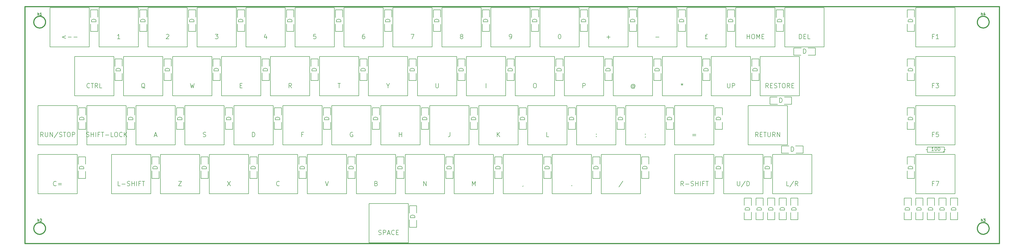
<source format=gto>
G04 (created by PCBNEW-RS274X (2012-01-19 BZR 3256)-stable) date 07/10/2012 23:19:39*
G01*
G70*
G90*
%MOIN*%
G04 Gerber Fmt 3.4, Leading zero omitted, Abs format*
%FSLAX34Y34*%
G04 APERTURE LIST*
%ADD10C,0.006000*%
%ADD11C,0.015000*%
%ADD12C,0.008000*%
%ADD13C,0.010000*%
G04 APERTURE END LIST*
G54D10*
G54D11*
X07874Y-22047D02*
X07874Y-58268D01*
X156693Y-22047D02*
X07874Y-22047D01*
X156693Y-58268D02*
X156693Y-22047D01*
X07874Y-58268D02*
X156693Y-58268D01*
G54D12*
X148508Y-43917D02*
X148308Y-43917D01*
X145508Y-43917D02*
X145708Y-43917D01*
X145708Y-43917D02*
X145708Y-44317D01*
X145708Y-44317D02*
X148308Y-44317D01*
X148308Y-44317D02*
X148308Y-43517D01*
X148308Y-43517D02*
X145708Y-43517D01*
X145708Y-43517D02*
X145708Y-43917D01*
X148308Y-44117D02*
X148108Y-44317D01*
G54D10*
X26495Y-23663D02*
X26495Y-22563D01*
X26495Y-22563D02*
X25395Y-22563D01*
X25395Y-22563D02*
X25395Y-23713D01*
X26495Y-24763D02*
X26495Y-25863D01*
X26495Y-25863D02*
X25395Y-25863D01*
X25395Y-25863D02*
X25395Y-24713D01*
X28385Y-46104D02*
X28385Y-45004D01*
X28385Y-45004D02*
X27285Y-45004D01*
X27285Y-45004D02*
X27285Y-46154D01*
X28385Y-47204D02*
X28385Y-48304D01*
X28385Y-48304D02*
X27285Y-48304D01*
X27285Y-48304D02*
X27285Y-47154D01*
X32125Y-38623D02*
X32125Y-37523D01*
X32125Y-37523D02*
X31025Y-37523D01*
X31025Y-37523D02*
X31025Y-38673D01*
X32125Y-39723D02*
X32125Y-40823D01*
X32125Y-40823D02*
X31025Y-40823D01*
X31025Y-40823D02*
X31025Y-39673D01*
X47085Y-38623D02*
X47085Y-37523D01*
X47085Y-37523D02*
X45985Y-37523D01*
X45985Y-37523D02*
X45985Y-38673D01*
X47085Y-39723D02*
X47085Y-40823D01*
X47085Y-40823D02*
X45985Y-40823D01*
X45985Y-40823D02*
X45985Y-39673D01*
X62046Y-38623D02*
X62046Y-37523D01*
X62046Y-37523D02*
X60946Y-37523D01*
X60946Y-37523D02*
X60946Y-38673D01*
X62046Y-39723D02*
X62046Y-40823D01*
X62046Y-40823D02*
X60946Y-40823D01*
X60946Y-40823D02*
X60946Y-39673D01*
X77007Y-38623D02*
X77007Y-37523D01*
X77007Y-37523D02*
X75907Y-37523D01*
X75907Y-37523D02*
X75907Y-38673D01*
X77007Y-39723D02*
X77007Y-40823D01*
X77007Y-40823D02*
X75907Y-40823D01*
X75907Y-40823D02*
X75907Y-39673D01*
X91967Y-38623D02*
X91967Y-37523D01*
X91967Y-37523D02*
X90867Y-37523D01*
X90867Y-37523D02*
X90867Y-38673D01*
X91967Y-39723D02*
X91967Y-40823D01*
X91967Y-40823D02*
X90867Y-40823D01*
X90867Y-40823D02*
X90867Y-39673D01*
X106928Y-38623D02*
X106928Y-37523D01*
X106928Y-37523D02*
X105828Y-37523D01*
X105828Y-37523D02*
X105828Y-38673D01*
X106928Y-39723D02*
X106928Y-40823D01*
X106928Y-40823D02*
X105828Y-40823D01*
X105828Y-40823D02*
X105828Y-39673D01*
X125629Y-44467D02*
X126729Y-44467D01*
X126729Y-44467D02*
X126729Y-43367D01*
X126729Y-43367D02*
X125579Y-43367D01*
X124529Y-44467D02*
X123429Y-44467D01*
X123429Y-44467D02*
X123429Y-43367D01*
X123429Y-43367D02*
X124579Y-43367D01*
X17164Y-38623D02*
X17164Y-37523D01*
X17164Y-37523D02*
X16064Y-37523D01*
X16064Y-37523D02*
X16064Y-38673D01*
X17164Y-39723D02*
X17164Y-40823D01*
X17164Y-40823D02*
X16064Y-40823D01*
X16064Y-40823D02*
X16064Y-39673D01*
X22755Y-31143D02*
X22755Y-30043D01*
X22755Y-30043D02*
X21655Y-30043D01*
X21655Y-30043D02*
X21655Y-31193D01*
X22755Y-32243D02*
X22755Y-33343D01*
X22755Y-33343D02*
X21655Y-33343D01*
X21655Y-33343D02*
X21655Y-32193D01*
X43345Y-46104D02*
X43345Y-45004D01*
X43345Y-45004D02*
X42245Y-45004D01*
X42245Y-45004D02*
X42245Y-46154D01*
X43345Y-47204D02*
X43345Y-48304D01*
X43345Y-48304D02*
X42245Y-48304D01*
X42245Y-48304D02*
X42245Y-47154D01*
X58306Y-46104D02*
X58306Y-45004D01*
X58306Y-45004D02*
X57206Y-45004D01*
X57206Y-45004D02*
X57206Y-46154D01*
X58306Y-47204D02*
X58306Y-48304D01*
X58306Y-48304D02*
X57206Y-48304D01*
X57206Y-48304D02*
X57206Y-47154D01*
X73267Y-46104D02*
X73267Y-45004D01*
X73267Y-45004D02*
X72167Y-45004D01*
X72167Y-45004D02*
X72167Y-46154D01*
X73267Y-47204D02*
X73267Y-48304D01*
X73267Y-48304D02*
X72167Y-48304D01*
X72167Y-48304D02*
X72167Y-47154D01*
X88227Y-46104D02*
X88227Y-45004D01*
X88227Y-45004D02*
X87127Y-45004D01*
X87127Y-45004D02*
X87127Y-46154D01*
X88227Y-47204D02*
X88227Y-48304D01*
X88227Y-48304D02*
X87127Y-48304D01*
X87127Y-48304D02*
X87127Y-47154D01*
X103188Y-46104D02*
X103188Y-45004D01*
X103188Y-45004D02*
X102088Y-45004D01*
X102088Y-45004D02*
X102088Y-46154D01*
X103188Y-47204D02*
X103188Y-48304D01*
X103188Y-48304D02*
X102088Y-48304D01*
X102088Y-48304D02*
X102088Y-47154D01*
X121889Y-46104D02*
X121889Y-45004D01*
X121889Y-45004D02*
X120789Y-45004D01*
X120789Y-45004D02*
X120789Y-46154D01*
X121889Y-47204D02*
X121889Y-48304D01*
X121889Y-48304D02*
X120789Y-48304D01*
X120789Y-48304D02*
X120789Y-47154D01*
X67715Y-53584D02*
X67715Y-52484D01*
X67715Y-52484D02*
X66615Y-52484D01*
X66615Y-52484D02*
X66615Y-53634D01*
X67715Y-54684D02*
X67715Y-55784D01*
X67715Y-55784D02*
X66615Y-55784D01*
X66615Y-55784D02*
X66615Y-54634D01*
X117757Y-53503D02*
X117757Y-54603D01*
X117757Y-54603D02*
X118857Y-54603D01*
X118857Y-54603D02*
X118857Y-53453D01*
X117757Y-52403D02*
X117757Y-51303D01*
X117757Y-51303D02*
X118857Y-51303D01*
X118857Y-51303D02*
X118857Y-52453D01*
X122777Y-35887D02*
X121677Y-35887D01*
X121677Y-35887D02*
X121677Y-36987D01*
X121677Y-36987D02*
X122827Y-36987D01*
X123877Y-35887D02*
X124977Y-35887D01*
X124977Y-35887D02*
X124977Y-36987D01*
X124977Y-36987D02*
X123827Y-36987D01*
X112519Y-31143D02*
X112519Y-30043D01*
X112519Y-30043D02*
X111419Y-30043D01*
X111419Y-30043D02*
X111419Y-31193D01*
X112519Y-32243D02*
X112519Y-33343D01*
X112519Y-33343D02*
X111419Y-33343D01*
X111419Y-33343D02*
X111419Y-32193D01*
X97558Y-31143D02*
X97558Y-30043D01*
X97558Y-30043D02*
X96458Y-30043D01*
X96458Y-30043D02*
X96458Y-31193D01*
X97558Y-32243D02*
X97558Y-33343D01*
X97558Y-33343D02*
X96458Y-33343D01*
X96458Y-33343D02*
X96458Y-32193D01*
X82597Y-31143D02*
X82597Y-30043D01*
X82597Y-30043D02*
X81497Y-30043D01*
X81497Y-30043D02*
X81497Y-31193D01*
X82597Y-32243D02*
X82597Y-33343D01*
X82597Y-33343D02*
X81497Y-33343D01*
X81497Y-33343D02*
X81497Y-32193D01*
X67637Y-31143D02*
X67637Y-30043D01*
X67637Y-30043D02*
X66537Y-30043D01*
X66537Y-30043D02*
X66537Y-31193D01*
X67637Y-32243D02*
X67637Y-33343D01*
X67637Y-33343D02*
X66537Y-33343D01*
X66537Y-33343D02*
X66537Y-32193D01*
X52676Y-31143D02*
X52676Y-30043D01*
X52676Y-30043D02*
X51576Y-30043D01*
X51576Y-30043D02*
X51576Y-31193D01*
X52676Y-32243D02*
X52676Y-33343D01*
X52676Y-33343D02*
X51576Y-33343D01*
X51576Y-33343D02*
X51576Y-32193D01*
X37715Y-31143D02*
X37715Y-30043D01*
X37715Y-30043D02*
X36615Y-30043D01*
X36615Y-30043D02*
X36615Y-31193D01*
X37715Y-32243D02*
X37715Y-33343D01*
X37715Y-33343D02*
X36615Y-33343D01*
X36615Y-33343D02*
X36615Y-32193D01*
X19015Y-23663D02*
X19015Y-22563D01*
X19015Y-22563D02*
X17915Y-22563D01*
X17915Y-22563D02*
X17915Y-23713D01*
X19015Y-24763D02*
X19015Y-25863D01*
X19015Y-25863D02*
X17915Y-25863D01*
X17915Y-25863D02*
X17915Y-24713D01*
X127519Y-29487D02*
X128619Y-29487D01*
X128619Y-29487D02*
X128619Y-28387D01*
X128619Y-28387D02*
X127469Y-28387D01*
X126419Y-29487D02*
X125319Y-29487D01*
X125319Y-29487D02*
X125319Y-28387D01*
X125319Y-28387D02*
X126469Y-28387D01*
X116259Y-23663D02*
X116259Y-22563D01*
X116259Y-22563D02*
X115159Y-22563D01*
X115159Y-22563D02*
X115159Y-23713D01*
X116259Y-24763D02*
X116259Y-25863D01*
X116259Y-25863D02*
X115159Y-25863D01*
X115159Y-25863D02*
X115159Y-24713D01*
X101298Y-23663D02*
X101298Y-22563D01*
X101298Y-22563D02*
X100198Y-22563D01*
X100198Y-22563D02*
X100198Y-23713D01*
X101298Y-24763D02*
X101298Y-25863D01*
X101298Y-25863D02*
X100198Y-25863D01*
X100198Y-25863D02*
X100198Y-24713D01*
X86337Y-23663D02*
X86337Y-22563D01*
X86337Y-22563D02*
X85237Y-22563D01*
X85237Y-22563D02*
X85237Y-23713D01*
X86337Y-24763D02*
X86337Y-25863D01*
X86337Y-25863D02*
X85237Y-25863D01*
X85237Y-25863D02*
X85237Y-24713D01*
X71377Y-23663D02*
X71377Y-22563D01*
X71377Y-22563D02*
X70277Y-22563D01*
X70277Y-22563D02*
X70277Y-23713D01*
X71377Y-24763D02*
X71377Y-25863D01*
X71377Y-25863D02*
X70277Y-25863D01*
X70277Y-25863D02*
X70277Y-24713D01*
X56416Y-23663D02*
X56416Y-22563D01*
X56416Y-22563D02*
X55316Y-22563D01*
X55316Y-22563D02*
X55316Y-23713D01*
X56416Y-24763D02*
X56416Y-25863D01*
X56416Y-25863D02*
X55316Y-25863D01*
X55316Y-25863D02*
X55316Y-24713D01*
X41456Y-23663D02*
X41456Y-22563D01*
X41456Y-22563D02*
X40356Y-22563D01*
X40356Y-22563D02*
X40356Y-23713D01*
X41456Y-24763D02*
X41456Y-25863D01*
X41456Y-25863D02*
X40356Y-25863D01*
X40356Y-25863D02*
X40356Y-24713D01*
X35865Y-46104D02*
X35865Y-45004D01*
X35865Y-45004D02*
X34765Y-45004D01*
X34765Y-45004D02*
X34765Y-46154D01*
X35865Y-47204D02*
X35865Y-48304D01*
X35865Y-48304D02*
X34765Y-48304D01*
X34765Y-48304D02*
X34765Y-47154D01*
X24644Y-38623D02*
X24644Y-37523D01*
X24644Y-37523D02*
X23544Y-37523D01*
X23544Y-37523D02*
X23544Y-38673D01*
X24644Y-39723D02*
X24644Y-40823D01*
X24644Y-40823D02*
X23544Y-40823D01*
X23544Y-40823D02*
X23544Y-39673D01*
X143739Y-46104D02*
X143739Y-45004D01*
X143739Y-45004D02*
X142639Y-45004D01*
X142639Y-45004D02*
X142639Y-46154D01*
X143739Y-47204D02*
X143739Y-48304D01*
X143739Y-48304D02*
X142639Y-48304D01*
X142639Y-48304D02*
X142639Y-47154D01*
X123739Y-23663D02*
X123739Y-22563D01*
X123739Y-22563D02*
X122639Y-22563D01*
X122639Y-22563D02*
X122639Y-23713D01*
X123739Y-24763D02*
X123739Y-25863D01*
X123739Y-25863D02*
X122639Y-25863D01*
X122639Y-25863D02*
X122639Y-24713D01*
X108778Y-23663D02*
X108778Y-22563D01*
X108778Y-22563D02*
X107678Y-22563D01*
X107678Y-22563D02*
X107678Y-23713D01*
X108778Y-24763D02*
X108778Y-25863D01*
X108778Y-25863D02*
X107678Y-25863D01*
X107678Y-25863D02*
X107678Y-24713D01*
X93818Y-23663D02*
X93818Y-22563D01*
X93818Y-22563D02*
X92718Y-22563D01*
X92718Y-22563D02*
X92718Y-23713D01*
X93818Y-24763D02*
X93818Y-25863D01*
X93818Y-25863D02*
X92718Y-25863D01*
X92718Y-25863D02*
X92718Y-24713D01*
X78857Y-23663D02*
X78857Y-22563D01*
X78857Y-22563D02*
X77757Y-22563D01*
X77757Y-22563D02*
X77757Y-23713D01*
X78857Y-24763D02*
X78857Y-25863D01*
X78857Y-25863D02*
X77757Y-25863D01*
X77757Y-25863D02*
X77757Y-24713D01*
X63896Y-23663D02*
X63896Y-22563D01*
X63896Y-22563D02*
X62796Y-22563D01*
X62796Y-22563D02*
X62796Y-23713D01*
X63896Y-24763D02*
X63896Y-25863D01*
X63896Y-25863D02*
X62796Y-25863D01*
X62796Y-25863D02*
X62796Y-24713D01*
X48936Y-23663D02*
X48936Y-22563D01*
X48936Y-22563D02*
X47836Y-22563D01*
X47836Y-22563D02*
X47836Y-23713D01*
X48936Y-24763D02*
X48936Y-25863D01*
X48936Y-25863D02*
X47836Y-25863D01*
X47836Y-25863D02*
X47836Y-24713D01*
X33975Y-23663D02*
X33975Y-22563D01*
X33975Y-22563D02*
X32875Y-22563D01*
X32875Y-22563D02*
X32875Y-23713D01*
X33975Y-24763D02*
X33975Y-25863D01*
X33975Y-25863D02*
X32875Y-25863D01*
X32875Y-25863D02*
X32875Y-24713D01*
X143739Y-38623D02*
X143739Y-37523D01*
X143739Y-37523D02*
X142639Y-37523D01*
X142639Y-37523D02*
X142639Y-38673D01*
X143739Y-39723D02*
X143739Y-40823D01*
X143739Y-40823D02*
X142639Y-40823D01*
X142639Y-40823D02*
X142639Y-39673D01*
X119999Y-31143D02*
X119999Y-30043D01*
X119999Y-30043D02*
X118899Y-30043D01*
X118899Y-30043D02*
X118899Y-31193D01*
X119999Y-32243D02*
X119999Y-33343D01*
X119999Y-33343D02*
X118899Y-33343D01*
X118899Y-33343D02*
X118899Y-32193D01*
X105038Y-31143D02*
X105038Y-30043D01*
X105038Y-30043D02*
X103938Y-30043D01*
X103938Y-30043D02*
X103938Y-31193D01*
X105038Y-32243D02*
X105038Y-33343D01*
X105038Y-33343D02*
X103938Y-33343D01*
X103938Y-33343D02*
X103938Y-32193D01*
X90078Y-31143D02*
X90078Y-30043D01*
X90078Y-30043D02*
X88978Y-30043D01*
X88978Y-30043D02*
X88978Y-31193D01*
X90078Y-32243D02*
X90078Y-33343D01*
X90078Y-33343D02*
X88978Y-33343D01*
X88978Y-33343D02*
X88978Y-32193D01*
X75117Y-31143D02*
X75117Y-30043D01*
X75117Y-30043D02*
X74017Y-30043D01*
X74017Y-30043D02*
X74017Y-31193D01*
X75117Y-32243D02*
X75117Y-33343D01*
X75117Y-33343D02*
X74017Y-33343D01*
X74017Y-33343D02*
X74017Y-32193D01*
X60156Y-31143D02*
X60156Y-30043D01*
X60156Y-30043D02*
X59056Y-30043D01*
X59056Y-30043D02*
X59056Y-31193D01*
X60156Y-32243D02*
X60156Y-33343D01*
X60156Y-33343D02*
X59056Y-33343D01*
X59056Y-33343D02*
X59056Y-32193D01*
X45196Y-31143D02*
X45196Y-30043D01*
X45196Y-30043D02*
X44096Y-30043D01*
X44096Y-30043D02*
X44096Y-31193D01*
X45196Y-32243D02*
X45196Y-33343D01*
X45196Y-33343D02*
X44096Y-33343D01*
X44096Y-33343D02*
X44096Y-32193D01*
X50826Y-46104D02*
X50826Y-45004D01*
X50826Y-45004D02*
X49726Y-45004D01*
X49726Y-45004D02*
X49726Y-46154D01*
X50826Y-47204D02*
X50826Y-48304D01*
X50826Y-48304D02*
X49726Y-48304D01*
X49726Y-48304D02*
X49726Y-47154D01*
X65786Y-46104D02*
X65786Y-45004D01*
X65786Y-45004D02*
X64686Y-45004D01*
X64686Y-45004D02*
X64686Y-46154D01*
X65786Y-47204D02*
X65786Y-48304D01*
X65786Y-48304D02*
X64686Y-48304D01*
X64686Y-48304D02*
X64686Y-47154D01*
X80747Y-46104D02*
X80747Y-45004D01*
X80747Y-45004D02*
X79647Y-45004D01*
X79647Y-45004D02*
X79647Y-46154D01*
X80747Y-47204D02*
X80747Y-48304D01*
X80747Y-48304D02*
X79647Y-48304D01*
X79647Y-48304D02*
X79647Y-47154D01*
X95707Y-46104D02*
X95707Y-45004D01*
X95707Y-45004D02*
X94607Y-45004D01*
X94607Y-45004D02*
X94607Y-46154D01*
X95707Y-47204D02*
X95707Y-48304D01*
X95707Y-48304D02*
X94607Y-48304D01*
X94607Y-48304D02*
X94607Y-47154D01*
X114408Y-46104D02*
X114408Y-45004D01*
X114408Y-45004D02*
X113308Y-45004D01*
X113308Y-45004D02*
X113308Y-46154D01*
X114408Y-47204D02*
X114408Y-48304D01*
X114408Y-48304D02*
X113308Y-48304D01*
X113308Y-48304D02*
X113308Y-47154D01*
X143739Y-23663D02*
X143739Y-22563D01*
X143739Y-22563D02*
X142639Y-22563D01*
X142639Y-22563D02*
X142639Y-23713D01*
X143739Y-24763D02*
X143739Y-25863D01*
X143739Y-25863D02*
X142639Y-25863D01*
X142639Y-25863D02*
X142639Y-24713D01*
X17144Y-46104D02*
X17144Y-45004D01*
X17144Y-45004D02*
X16044Y-45004D01*
X16044Y-45004D02*
X16044Y-46154D01*
X17144Y-47204D02*
X17144Y-48304D01*
X17144Y-48304D02*
X16044Y-48304D01*
X16044Y-48304D02*
X16044Y-47154D01*
X39605Y-38623D02*
X39605Y-37523D01*
X39605Y-37523D02*
X38505Y-37523D01*
X38505Y-37523D02*
X38505Y-38673D01*
X39605Y-39723D02*
X39605Y-40823D01*
X39605Y-40823D02*
X38505Y-40823D01*
X38505Y-40823D02*
X38505Y-39673D01*
X54566Y-38623D02*
X54566Y-37523D01*
X54566Y-37523D02*
X53466Y-37523D01*
X53466Y-37523D02*
X53466Y-38673D01*
X54566Y-39723D02*
X54566Y-40823D01*
X54566Y-40823D02*
X53466Y-40823D01*
X53466Y-40823D02*
X53466Y-39673D01*
X69526Y-38623D02*
X69526Y-37523D01*
X69526Y-37523D02*
X68426Y-37523D01*
X68426Y-37523D02*
X68426Y-38673D01*
X69526Y-39723D02*
X69526Y-40823D01*
X69526Y-40823D02*
X68426Y-40823D01*
X68426Y-40823D02*
X68426Y-39673D01*
X84487Y-38623D02*
X84487Y-37523D01*
X84487Y-37523D02*
X83387Y-37523D01*
X83387Y-37523D02*
X83387Y-38673D01*
X84487Y-39723D02*
X84487Y-40823D01*
X84487Y-40823D02*
X83387Y-40823D01*
X83387Y-40823D02*
X83387Y-39673D01*
X99448Y-38623D02*
X99448Y-37523D01*
X99448Y-37523D02*
X98348Y-37523D01*
X98348Y-37523D02*
X98348Y-38673D01*
X99448Y-39723D02*
X99448Y-40823D01*
X99448Y-40823D02*
X98348Y-40823D01*
X98348Y-40823D02*
X98348Y-39673D01*
X114408Y-38623D02*
X114408Y-37523D01*
X114408Y-37523D02*
X113308Y-37523D01*
X113308Y-37523D02*
X113308Y-38673D01*
X114408Y-39723D02*
X114408Y-40823D01*
X114408Y-40823D02*
X113308Y-40823D01*
X113308Y-40823D02*
X113308Y-39673D01*
X143739Y-31143D02*
X143739Y-30043D01*
X143739Y-30043D02*
X142639Y-30043D01*
X142639Y-30043D02*
X142639Y-31193D01*
X143739Y-32243D02*
X143739Y-33343D01*
X143739Y-33343D02*
X142639Y-33343D01*
X142639Y-33343D02*
X142639Y-32193D01*
X30235Y-31143D02*
X30235Y-30043D01*
X30235Y-30043D02*
X29135Y-30043D01*
X29135Y-30043D02*
X29135Y-31193D01*
X30235Y-32243D02*
X30235Y-33343D01*
X30235Y-33343D02*
X29135Y-33343D01*
X29135Y-33343D02*
X29135Y-32193D01*
G54D11*
X11018Y-24417D02*
X11000Y-24591D01*
X10950Y-24759D01*
X10867Y-24915D01*
X10756Y-25051D01*
X10621Y-25163D01*
X10466Y-25246D01*
X10298Y-25298D01*
X10124Y-25316D01*
X09950Y-25301D01*
X09781Y-25251D01*
X09626Y-25170D01*
X09489Y-25060D01*
X09376Y-24925D01*
X09291Y-24771D01*
X09238Y-24604D01*
X09219Y-24429D01*
X09233Y-24255D01*
X09282Y-24086D01*
X09362Y-23930D01*
X09471Y-23792D01*
X09605Y-23678D01*
X09758Y-23593D01*
X09925Y-23538D01*
X10100Y-23518D01*
X10274Y-23531D01*
X10443Y-23578D01*
X10600Y-23658D01*
X10738Y-23766D01*
X10853Y-23899D01*
X10940Y-24051D01*
X10995Y-24218D01*
X11017Y-24392D01*
X11018Y-24417D01*
X11018Y-55937D02*
X11000Y-56111D01*
X10950Y-56279D01*
X10867Y-56435D01*
X10756Y-56571D01*
X10621Y-56683D01*
X10466Y-56766D01*
X10298Y-56818D01*
X10124Y-56836D01*
X09950Y-56821D01*
X09781Y-56771D01*
X09626Y-56690D01*
X09489Y-56580D01*
X09376Y-56445D01*
X09291Y-56291D01*
X09238Y-56124D01*
X09219Y-55949D01*
X09233Y-55775D01*
X09282Y-55606D01*
X09362Y-55450D01*
X09471Y-55312D01*
X09605Y-55198D01*
X09758Y-55113D01*
X09925Y-55058D01*
X10100Y-55038D01*
X10274Y-55051D01*
X10443Y-55098D01*
X10600Y-55178D01*
X10738Y-55286D01*
X10853Y-55419D01*
X10940Y-55571D01*
X10995Y-55738D01*
X11017Y-55912D01*
X11018Y-55937D01*
X155132Y-55937D02*
X155114Y-56111D01*
X155064Y-56279D01*
X154981Y-56435D01*
X154870Y-56571D01*
X154735Y-56683D01*
X154580Y-56766D01*
X154412Y-56818D01*
X154238Y-56836D01*
X154064Y-56821D01*
X153895Y-56771D01*
X153740Y-56690D01*
X153603Y-56580D01*
X153490Y-56445D01*
X153405Y-56291D01*
X153352Y-56124D01*
X153333Y-55949D01*
X153347Y-55775D01*
X153396Y-55606D01*
X153476Y-55450D01*
X153585Y-55312D01*
X153719Y-55198D01*
X153872Y-55113D01*
X154039Y-55058D01*
X154214Y-55038D01*
X154388Y-55051D01*
X154557Y-55098D01*
X154714Y-55178D01*
X154852Y-55286D01*
X154967Y-55419D01*
X155054Y-55571D01*
X155109Y-55738D01*
X155131Y-55912D01*
X155132Y-55937D01*
X155132Y-24417D02*
X155114Y-24591D01*
X155064Y-24759D01*
X154981Y-24915D01*
X154870Y-25051D01*
X154735Y-25163D01*
X154580Y-25246D01*
X154412Y-25298D01*
X154238Y-25316D01*
X154064Y-25301D01*
X153895Y-25251D01*
X153740Y-25170D01*
X153603Y-25060D01*
X153490Y-24925D01*
X153405Y-24771D01*
X153352Y-24604D01*
X153333Y-24429D01*
X153347Y-24255D01*
X153396Y-24086D01*
X153476Y-23930D01*
X153585Y-23792D01*
X153719Y-23678D01*
X153872Y-23593D01*
X154039Y-23538D01*
X154214Y-23518D01*
X154388Y-23531D01*
X154557Y-23578D01*
X154714Y-23658D01*
X154852Y-23766D01*
X154967Y-23899D01*
X155054Y-24051D01*
X155109Y-24218D01*
X155131Y-24392D01*
X155132Y-24417D01*
G54D10*
X124844Y-53503D02*
X124844Y-54603D01*
X124844Y-54603D02*
X125944Y-54603D01*
X125944Y-54603D02*
X125944Y-53453D01*
X124844Y-52403D02*
X124844Y-51303D01*
X124844Y-51303D02*
X125944Y-51303D01*
X125944Y-51303D02*
X125944Y-52453D01*
X142167Y-53503D02*
X142167Y-54603D01*
X142167Y-54603D02*
X143267Y-54603D01*
X143267Y-54603D02*
X143267Y-53453D01*
X142167Y-52403D02*
X142167Y-51303D01*
X142167Y-51303D02*
X143267Y-51303D01*
X143267Y-51303D02*
X143267Y-52453D01*
X143938Y-53503D02*
X143938Y-54603D01*
X143938Y-54603D02*
X145038Y-54603D01*
X145038Y-54603D02*
X145038Y-53453D01*
X143938Y-52403D02*
X143938Y-51303D01*
X143938Y-51303D02*
X145038Y-51303D01*
X145038Y-51303D02*
X145038Y-52453D01*
X123072Y-53503D02*
X123072Y-54603D01*
X123072Y-54603D02*
X124172Y-54603D01*
X124172Y-54603D02*
X124172Y-53453D01*
X123072Y-52403D02*
X123072Y-51303D01*
X123072Y-51303D02*
X124172Y-51303D01*
X124172Y-51303D02*
X124172Y-52453D01*
X121300Y-53503D02*
X121300Y-54603D01*
X121300Y-54603D02*
X122400Y-54603D01*
X122400Y-54603D02*
X122400Y-53453D01*
X121300Y-52403D02*
X121300Y-51303D01*
X121300Y-51303D02*
X122400Y-51303D01*
X122400Y-51303D02*
X122400Y-52453D01*
X119529Y-53503D02*
X119529Y-54603D01*
X119529Y-54603D02*
X120629Y-54603D01*
X120629Y-54603D02*
X120629Y-53453D01*
X119529Y-52403D02*
X119529Y-51303D01*
X119529Y-51303D02*
X120629Y-51303D01*
X120629Y-51303D02*
X120629Y-52453D01*
X145710Y-53503D02*
X145710Y-54603D01*
X145710Y-54603D02*
X146810Y-54603D01*
X146810Y-54603D02*
X146810Y-53453D01*
X145710Y-52403D02*
X145710Y-51303D01*
X145710Y-51303D02*
X146810Y-51303D01*
X146810Y-51303D02*
X146810Y-52453D01*
X147481Y-53503D02*
X147481Y-54603D01*
X147481Y-54603D02*
X148581Y-54603D01*
X148581Y-54603D02*
X148581Y-53453D01*
X147481Y-52403D02*
X147481Y-51303D01*
X147481Y-51303D02*
X148581Y-51303D01*
X148581Y-51303D02*
X148581Y-52453D01*
X149253Y-53503D02*
X149253Y-54603D01*
X149253Y-54603D02*
X150353Y-54603D01*
X150353Y-54603D02*
X150353Y-53453D01*
X149253Y-52403D02*
X149253Y-51303D01*
X149253Y-51303D02*
X150353Y-51303D01*
X150353Y-51303D02*
X150353Y-52453D01*
X19205Y-22217D02*
X25205Y-22217D01*
X25205Y-22217D02*
X25205Y-28217D01*
X25205Y-28217D02*
X19205Y-28217D01*
X19205Y-28217D02*
X19205Y-22217D01*
X34165Y-22217D02*
X40165Y-22217D01*
X40165Y-22217D02*
X40165Y-28217D01*
X40165Y-28217D02*
X34165Y-28217D01*
X34165Y-28217D02*
X34165Y-22217D01*
X49126Y-22217D02*
X55126Y-22217D01*
X55126Y-22217D02*
X55126Y-28217D01*
X55126Y-28217D02*
X49126Y-28217D01*
X49126Y-28217D02*
X49126Y-22217D01*
X64087Y-22217D02*
X70087Y-22217D01*
X70087Y-22217D02*
X70087Y-28217D01*
X70087Y-28217D02*
X64087Y-28217D01*
X64087Y-28217D02*
X64087Y-22217D01*
X79047Y-22217D02*
X85047Y-22217D01*
X85047Y-22217D02*
X85047Y-28217D01*
X85047Y-28217D02*
X79047Y-28217D01*
X79047Y-28217D02*
X79047Y-22217D01*
X94008Y-22217D02*
X100008Y-22217D01*
X100008Y-22217D02*
X100008Y-28217D01*
X100008Y-28217D02*
X94008Y-28217D01*
X94008Y-28217D02*
X94008Y-22217D01*
X108969Y-22217D02*
X114969Y-22217D01*
X114969Y-22217D02*
X114969Y-28217D01*
X114969Y-28217D02*
X108969Y-28217D01*
X108969Y-28217D02*
X108969Y-22217D01*
X123929Y-22217D02*
X129929Y-22217D01*
X129929Y-22217D02*
X129929Y-28217D01*
X129929Y-28217D02*
X123929Y-28217D01*
X123929Y-28217D02*
X123929Y-22217D01*
X11724Y-22217D02*
X17724Y-22217D01*
X17724Y-22217D02*
X17724Y-28217D01*
X17724Y-28217D02*
X11724Y-28217D01*
X11724Y-28217D02*
X11724Y-22217D01*
X30425Y-29697D02*
X36425Y-29697D01*
X36425Y-29697D02*
X36425Y-35697D01*
X36425Y-35697D02*
X30425Y-35697D01*
X30425Y-35697D02*
X30425Y-29697D01*
X45386Y-29697D02*
X51386Y-29697D01*
X51386Y-29697D02*
X51386Y-35697D01*
X51386Y-35697D02*
X45386Y-35697D01*
X45386Y-35697D02*
X45386Y-29697D01*
X60346Y-29697D02*
X66346Y-29697D01*
X66346Y-29697D02*
X66346Y-35697D01*
X66346Y-35697D02*
X60346Y-35697D01*
X60346Y-35697D02*
X60346Y-29697D01*
X75307Y-29697D02*
X81307Y-29697D01*
X81307Y-29697D02*
X81307Y-35697D01*
X81307Y-35697D02*
X75307Y-35697D01*
X75307Y-35697D02*
X75307Y-29697D01*
X90268Y-29697D02*
X96268Y-29697D01*
X96268Y-29697D02*
X96268Y-35697D01*
X96268Y-35697D02*
X90268Y-35697D01*
X90268Y-35697D02*
X90268Y-29697D01*
X105228Y-29697D02*
X111228Y-29697D01*
X111228Y-29697D02*
X111228Y-35697D01*
X111228Y-35697D02*
X105228Y-35697D01*
X105228Y-35697D02*
X105228Y-29697D01*
X118339Y-37177D02*
X124339Y-37177D01*
X124339Y-37177D02*
X124339Y-43177D01*
X124339Y-43177D02*
X118339Y-43177D01*
X118339Y-43177D02*
X118339Y-37177D01*
X15465Y-29697D02*
X21465Y-29697D01*
X21465Y-29697D02*
X21465Y-35697D01*
X21465Y-35697D02*
X15465Y-35697D01*
X15465Y-35697D02*
X15465Y-29697D01*
X24835Y-37177D02*
X30835Y-37177D01*
X30835Y-37177D02*
X30835Y-43177D01*
X30835Y-43177D02*
X24835Y-43177D01*
X24835Y-43177D02*
X24835Y-37177D01*
X39795Y-37177D02*
X45795Y-37177D01*
X45795Y-37177D02*
X45795Y-43177D01*
X45795Y-43177D02*
X39795Y-43177D01*
X39795Y-43177D02*
X39795Y-37177D01*
X54756Y-37177D02*
X60756Y-37177D01*
X60756Y-37177D02*
X60756Y-43177D01*
X60756Y-43177D02*
X54756Y-43177D01*
X54756Y-43177D02*
X54756Y-37177D01*
X69717Y-37177D02*
X75717Y-37177D01*
X75717Y-37177D02*
X75717Y-43177D01*
X75717Y-43177D02*
X69717Y-43177D01*
X69717Y-43177D02*
X69717Y-37177D01*
X84677Y-37177D02*
X90677Y-37177D01*
X90677Y-37177D02*
X90677Y-43177D01*
X90677Y-43177D02*
X84677Y-43177D01*
X84677Y-43177D02*
X84677Y-37177D01*
X99638Y-37177D02*
X105638Y-37177D01*
X105638Y-37177D02*
X105638Y-43177D01*
X105638Y-43177D02*
X99638Y-43177D01*
X99638Y-43177D02*
X99638Y-37177D01*
X122079Y-44657D02*
X128079Y-44657D01*
X128079Y-44657D02*
X128079Y-50657D01*
X128079Y-50657D02*
X122079Y-50657D01*
X122079Y-50657D02*
X122079Y-44657D01*
X09874Y-37177D02*
X15874Y-37177D01*
X15874Y-37177D02*
X15874Y-43177D01*
X15874Y-43177D02*
X09874Y-43177D01*
X09874Y-43177D02*
X09874Y-37177D01*
X21094Y-44657D02*
X27094Y-44657D01*
X27094Y-44657D02*
X27094Y-50657D01*
X27094Y-50657D02*
X21094Y-50657D01*
X21094Y-50657D02*
X21094Y-44657D01*
X36055Y-44657D02*
X42055Y-44657D01*
X42055Y-44657D02*
X42055Y-50657D01*
X42055Y-50657D02*
X36055Y-50657D01*
X36055Y-50657D02*
X36055Y-44657D01*
X51016Y-44657D02*
X57016Y-44657D01*
X57016Y-44657D02*
X57016Y-50657D01*
X57016Y-50657D02*
X51016Y-50657D01*
X51016Y-50657D02*
X51016Y-44657D01*
X65976Y-44657D02*
X71976Y-44657D01*
X71976Y-44657D02*
X71976Y-50657D01*
X71976Y-50657D02*
X65976Y-50657D01*
X65976Y-50657D02*
X65976Y-44657D01*
X80937Y-44657D02*
X86937Y-44657D01*
X86937Y-44657D02*
X86937Y-50657D01*
X86937Y-50657D02*
X80937Y-50657D01*
X80937Y-50657D02*
X80937Y-44657D01*
X95897Y-44657D02*
X101897Y-44657D01*
X101897Y-44657D02*
X101897Y-50657D01*
X101897Y-50657D02*
X95897Y-50657D01*
X95897Y-50657D02*
X95897Y-44657D01*
X114598Y-44657D02*
X120598Y-44657D01*
X120598Y-44657D02*
X120598Y-50657D01*
X120598Y-50657D02*
X114598Y-50657D01*
X114598Y-50657D02*
X114598Y-44657D01*
X60425Y-52138D02*
X66425Y-52138D01*
X66425Y-52138D02*
X66425Y-58138D01*
X66425Y-58138D02*
X60425Y-58138D01*
X60425Y-58138D02*
X60425Y-52138D01*
X28575Y-44657D02*
X34575Y-44657D01*
X34575Y-44657D02*
X34575Y-50657D01*
X34575Y-50657D02*
X28575Y-50657D01*
X28575Y-50657D02*
X28575Y-44657D01*
X43535Y-44657D02*
X49535Y-44657D01*
X49535Y-44657D02*
X49535Y-50657D01*
X49535Y-50657D02*
X43535Y-50657D01*
X43535Y-50657D02*
X43535Y-44657D01*
X58496Y-44657D02*
X64496Y-44657D01*
X64496Y-44657D02*
X64496Y-50657D01*
X64496Y-50657D02*
X58496Y-50657D01*
X58496Y-50657D02*
X58496Y-44657D01*
X73457Y-44657D02*
X79457Y-44657D01*
X79457Y-44657D02*
X79457Y-50657D01*
X79457Y-50657D02*
X73457Y-50657D01*
X73457Y-50657D02*
X73457Y-44657D01*
X88417Y-44657D02*
X94417Y-44657D01*
X94417Y-44657D02*
X94417Y-50657D01*
X94417Y-50657D02*
X88417Y-50657D01*
X88417Y-50657D02*
X88417Y-44657D01*
X107118Y-44657D02*
X113118Y-44657D01*
X113118Y-44657D02*
X113118Y-50657D01*
X113118Y-50657D02*
X107118Y-50657D01*
X107118Y-50657D02*
X107118Y-44657D01*
X143929Y-22217D02*
X149929Y-22217D01*
X149929Y-22217D02*
X149929Y-28217D01*
X149929Y-28217D02*
X143929Y-28217D01*
X143929Y-28217D02*
X143929Y-22217D01*
X09874Y-44657D02*
X15874Y-44657D01*
X15874Y-44657D02*
X15874Y-50657D01*
X15874Y-50657D02*
X09874Y-50657D01*
X09874Y-50657D02*
X09874Y-44657D01*
X32315Y-37177D02*
X38315Y-37177D01*
X38315Y-37177D02*
X38315Y-43177D01*
X38315Y-43177D02*
X32315Y-43177D01*
X32315Y-43177D02*
X32315Y-37177D01*
X47276Y-37177D02*
X53276Y-37177D01*
X53276Y-37177D02*
X53276Y-43177D01*
X53276Y-43177D02*
X47276Y-43177D01*
X47276Y-43177D02*
X47276Y-37177D01*
X62236Y-37177D02*
X68236Y-37177D01*
X68236Y-37177D02*
X68236Y-43177D01*
X68236Y-43177D02*
X62236Y-43177D01*
X62236Y-43177D02*
X62236Y-37177D01*
X77197Y-37177D02*
X83197Y-37177D01*
X83197Y-37177D02*
X83197Y-43177D01*
X83197Y-43177D02*
X77197Y-43177D01*
X77197Y-43177D02*
X77197Y-37177D01*
X92157Y-37177D02*
X98157Y-37177D01*
X98157Y-37177D02*
X98157Y-43177D01*
X98157Y-43177D02*
X92157Y-43177D01*
X92157Y-43177D02*
X92157Y-37177D01*
X107118Y-37177D02*
X113118Y-37177D01*
X113118Y-37177D02*
X113118Y-43177D01*
X113118Y-43177D02*
X107118Y-43177D01*
X107118Y-43177D02*
X107118Y-37177D01*
X143929Y-29697D02*
X149929Y-29697D01*
X149929Y-29697D02*
X149929Y-35697D01*
X149929Y-35697D02*
X143929Y-35697D01*
X143929Y-35697D02*
X143929Y-29697D01*
X22945Y-29697D02*
X28945Y-29697D01*
X28945Y-29697D02*
X28945Y-35697D01*
X28945Y-35697D02*
X22945Y-35697D01*
X22945Y-35697D02*
X22945Y-29697D01*
X37906Y-29697D02*
X43906Y-29697D01*
X43906Y-29697D02*
X43906Y-35697D01*
X43906Y-35697D02*
X37906Y-35697D01*
X37906Y-35697D02*
X37906Y-29697D01*
X52866Y-29697D02*
X58866Y-29697D01*
X58866Y-29697D02*
X58866Y-35697D01*
X58866Y-35697D02*
X52866Y-35697D01*
X52866Y-35697D02*
X52866Y-29697D01*
X67827Y-29697D02*
X73827Y-29697D01*
X73827Y-29697D02*
X73827Y-35697D01*
X73827Y-35697D02*
X67827Y-35697D01*
X67827Y-35697D02*
X67827Y-29697D01*
X82787Y-29697D02*
X88787Y-29697D01*
X88787Y-29697D02*
X88787Y-35697D01*
X88787Y-35697D02*
X82787Y-35697D01*
X82787Y-35697D02*
X82787Y-29697D01*
X97748Y-29697D02*
X103748Y-29697D01*
X103748Y-29697D02*
X103748Y-35697D01*
X103748Y-35697D02*
X97748Y-35697D01*
X97748Y-35697D02*
X97748Y-29697D01*
X112709Y-29697D02*
X118709Y-29697D01*
X118709Y-29697D02*
X118709Y-35697D01*
X118709Y-35697D02*
X112709Y-35697D01*
X112709Y-35697D02*
X112709Y-29697D01*
X143929Y-37177D02*
X149929Y-37177D01*
X149929Y-37177D02*
X149929Y-43177D01*
X149929Y-43177D02*
X143929Y-43177D01*
X143929Y-43177D02*
X143929Y-37177D01*
X26685Y-22217D02*
X32685Y-22217D01*
X32685Y-22217D02*
X32685Y-28217D01*
X32685Y-28217D02*
X26685Y-28217D01*
X26685Y-28217D02*
X26685Y-22217D01*
X41646Y-22217D02*
X47646Y-22217D01*
X47646Y-22217D02*
X47646Y-28217D01*
X47646Y-28217D02*
X41646Y-28217D01*
X41646Y-28217D02*
X41646Y-22217D01*
X56606Y-22217D02*
X62606Y-22217D01*
X62606Y-22217D02*
X62606Y-28217D01*
X62606Y-28217D02*
X56606Y-28217D01*
X56606Y-28217D02*
X56606Y-22217D01*
X71567Y-22217D02*
X77567Y-22217D01*
X77567Y-22217D02*
X77567Y-28217D01*
X77567Y-28217D02*
X71567Y-28217D01*
X71567Y-28217D02*
X71567Y-22217D01*
X86528Y-22217D02*
X92528Y-22217D01*
X92528Y-22217D02*
X92528Y-28217D01*
X92528Y-28217D02*
X86528Y-28217D01*
X86528Y-28217D02*
X86528Y-22217D01*
X101488Y-22217D02*
X107488Y-22217D01*
X107488Y-22217D02*
X107488Y-28217D01*
X107488Y-28217D02*
X101488Y-28217D01*
X101488Y-28217D02*
X101488Y-22217D01*
X116449Y-22217D02*
X122449Y-22217D01*
X122449Y-22217D02*
X122449Y-28217D01*
X122449Y-28217D02*
X116449Y-28217D01*
X116449Y-28217D02*
X116449Y-22217D01*
X143929Y-44657D02*
X149929Y-44657D01*
X149929Y-44657D02*
X149929Y-50657D01*
X149929Y-50657D02*
X143929Y-50657D01*
X143929Y-50657D02*
X143929Y-44657D01*
X17354Y-37177D02*
X23354Y-37177D01*
X23354Y-37177D02*
X23354Y-43177D01*
X23354Y-43177D02*
X17354Y-43177D01*
X17354Y-43177D02*
X17354Y-37177D01*
X120189Y-29697D02*
X126189Y-29697D01*
X126189Y-29697D02*
X126189Y-35697D01*
X126189Y-35697D02*
X120189Y-35697D01*
X120189Y-35697D02*
X120189Y-29697D01*
G54D12*
X146675Y-44090D02*
X146389Y-44090D01*
X146532Y-44090D02*
X146532Y-43540D01*
X146484Y-43618D01*
X146437Y-43671D01*
X146389Y-43697D01*
X146984Y-43540D02*
X147032Y-43540D01*
X147080Y-43566D01*
X147103Y-43592D01*
X147127Y-43644D01*
X147151Y-43749D01*
X147151Y-43880D01*
X147127Y-43985D01*
X147103Y-44037D01*
X147080Y-44063D01*
X147032Y-44090D01*
X146984Y-44090D01*
X146937Y-44063D01*
X146913Y-44037D01*
X146889Y-43985D01*
X146865Y-43880D01*
X146865Y-43749D01*
X146889Y-43644D01*
X146913Y-43592D01*
X146937Y-43566D01*
X146984Y-43540D01*
X147460Y-43540D02*
X147508Y-43540D01*
X147556Y-43566D01*
X147579Y-43592D01*
X147603Y-43644D01*
X147627Y-43749D01*
X147627Y-43880D01*
X147603Y-43985D01*
X147579Y-44037D01*
X147556Y-44063D01*
X147508Y-44090D01*
X147460Y-44090D01*
X147413Y-44063D01*
X147389Y-44037D01*
X147365Y-43985D01*
X147341Y-43880D01*
X147341Y-43749D01*
X147365Y-43644D01*
X147389Y-43592D01*
X147413Y-43566D01*
X147460Y-43540D01*
X26228Y-24396D02*
X25528Y-24396D01*
X25528Y-24230D01*
X25562Y-24130D01*
X25628Y-24063D01*
X25695Y-24030D01*
X25828Y-23996D01*
X25928Y-23996D01*
X26062Y-24030D01*
X26128Y-24063D01*
X26195Y-24130D01*
X26228Y-24230D01*
X26228Y-24396D01*
X28118Y-46837D02*
X27418Y-46837D01*
X27418Y-46671D01*
X27452Y-46571D01*
X27518Y-46504D01*
X27585Y-46471D01*
X27718Y-46437D01*
X27818Y-46437D01*
X27952Y-46471D01*
X28018Y-46504D01*
X28085Y-46571D01*
X28118Y-46671D01*
X28118Y-46837D01*
X31858Y-39356D02*
X31158Y-39356D01*
X31158Y-39190D01*
X31192Y-39090D01*
X31258Y-39023D01*
X31325Y-38990D01*
X31458Y-38956D01*
X31558Y-38956D01*
X31692Y-38990D01*
X31758Y-39023D01*
X31825Y-39090D01*
X31858Y-39190D01*
X31858Y-39356D01*
X46818Y-39356D02*
X46118Y-39356D01*
X46118Y-39190D01*
X46152Y-39090D01*
X46218Y-39023D01*
X46285Y-38990D01*
X46418Y-38956D01*
X46518Y-38956D01*
X46652Y-38990D01*
X46718Y-39023D01*
X46785Y-39090D01*
X46818Y-39190D01*
X46818Y-39356D01*
X61779Y-39356D02*
X61079Y-39356D01*
X61079Y-39190D01*
X61113Y-39090D01*
X61179Y-39023D01*
X61246Y-38990D01*
X61379Y-38956D01*
X61479Y-38956D01*
X61613Y-38990D01*
X61679Y-39023D01*
X61746Y-39090D01*
X61779Y-39190D01*
X61779Y-39356D01*
X76740Y-39356D02*
X76040Y-39356D01*
X76040Y-39190D01*
X76074Y-39090D01*
X76140Y-39023D01*
X76207Y-38990D01*
X76340Y-38956D01*
X76440Y-38956D01*
X76574Y-38990D01*
X76640Y-39023D01*
X76707Y-39090D01*
X76740Y-39190D01*
X76740Y-39356D01*
X91700Y-39356D02*
X91000Y-39356D01*
X91000Y-39190D01*
X91034Y-39090D01*
X91100Y-39023D01*
X91167Y-38990D01*
X91300Y-38956D01*
X91400Y-38956D01*
X91534Y-38990D01*
X91600Y-39023D01*
X91667Y-39090D01*
X91700Y-39190D01*
X91700Y-39356D01*
X106661Y-39356D02*
X105961Y-39356D01*
X105961Y-39190D01*
X105995Y-39090D01*
X106061Y-39023D01*
X106128Y-38990D01*
X106261Y-38956D01*
X106361Y-38956D01*
X106495Y-38990D01*
X106561Y-39023D01*
X106628Y-39090D01*
X106661Y-39190D01*
X106661Y-39356D01*
X124896Y-44200D02*
X124896Y-43500D01*
X125062Y-43500D01*
X125162Y-43534D01*
X125229Y-43600D01*
X125262Y-43667D01*
X125296Y-43800D01*
X125296Y-43900D01*
X125262Y-44034D01*
X125229Y-44100D01*
X125162Y-44167D01*
X125062Y-44200D01*
X124896Y-44200D01*
X16897Y-39356D02*
X16197Y-39356D01*
X16197Y-39190D01*
X16231Y-39090D01*
X16297Y-39023D01*
X16364Y-38990D01*
X16497Y-38956D01*
X16597Y-38956D01*
X16731Y-38990D01*
X16797Y-39023D01*
X16864Y-39090D01*
X16897Y-39190D01*
X16897Y-39356D01*
X22488Y-31876D02*
X21788Y-31876D01*
X21788Y-31710D01*
X21822Y-31610D01*
X21888Y-31543D01*
X21955Y-31510D01*
X22088Y-31476D01*
X22188Y-31476D01*
X22322Y-31510D01*
X22388Y-31543D01*
X22455Y-31610D01*
X22488Y-31710D01*
X22488Y-31876D01*
X43078Y-46837D02*
X42378Y-46837D01*
X42378Y-46671D01*
X42412Y-46571D01*
X42478Y-46504D01*
X42545Y-46471D01*
X42678Y-46437D01*
X42778Y-46437D01*
X42912Y-46471D01*
X42978Y-46504D01*
X43045Y-46571D01*
X43078Y-46671D01*
X43078Y-46837D01*
X58039Y-46837D02*
X57339Y-46837D01*
X57339Y-46671D01*
X57373Y-46571D01*
X57439Y-46504D01*
X57506Y-46471D01*
X57639Y-46437D01*
X57739Y-46437D01*
X57873Y-46471D01*
X57939Y-46504D01*
X58006Y-46571D01*
X58039Y-46671D01*
X58039Y-46837D01*
X73000Y-46837D02*
X72300Y-46837D01*
X72300Y-46671D01*
X72334Y-46571D01*
X72400Y-46504D01*
X72467Y-46471D01*
X72600Y-46437D01*
X72700Y-46437D01*
X72834Y-46471D01*
X72900Y-46504D01*
X72967Y-46571D01*
X73000Y-46671D01*
X73000Y-46837D01*
X87960Y-46837D02*
X87260Y-46837D01*
X87260Y-46671D01*
X87294Y-46571D01*
X87360Y-46504D01*
X87427Y-46471D01*
X87560Y-46437D01*
X87660Y-46437D01*
X87794Y-46471D01*
X87860Y-46504D01*
X87927Y-46571D01*
X87960Y-46671D01*
X87960Y-46837D01*
X102921Y-46837D02*
X102221Y-46837D01*
X102221Y-46671D01*
X102255Y-46571D01*
X102321Y-46504D01*
X102388Y-46471D01*
X102521Y-46437D01*
X102621Y-46437D01*
X102755Y-46471D01*
X102821Y-46504D01*
X102888Y-46571D01*
X102921Y-46671D01*
X102921Y-46837D01*
X121622Y-46837D02*
X120922Y-46837D01*
X120922Y-46671D01*
X120956Y-46571D01*
X121022Y-46504D01*
X121089Y-46471D01*
X121222Y-46437D01*
X121322Y-46437D01*
X121456Y-46471D01*
X121522Y-46504D01*
X121589Y-46571D01*
X121622Y-46671D01*
X121622Y-46837D01*
X67448Y-54317D02*
X66748Y-54317D01*
X66748Y-54151D01*
X66782Y-54051D01*
X66848Y-53984D01*
X66915Y-53951D01*
X67048Y-53917D01*
X67148Y-53917D01*
X67282Y-53951D01*
X67348Y-53984D01*
X67415Y-54051D01*
X67448Y-54151D01*
X67448Y-54317D01*
X118590Y-53136D02*
X117890Y-53136D01*
X117890Y-52970D01*
X117924Y-52870D01*
X117990Y-52803D01*
X118057Y-52770D01*
X118190Y-52736D01*
X118290Y-52736D01*
X118424Y-52770D01*
X118490Y-52803D01*
X118557Y-52870D01*
X118590Y-52970D01*
X118590Y-53136D01*
X123144Y-36720D02*
X123144Y-36020D01*
X123310Y-36020D01*
X123410Y-36054D01*
X123477Y-36120D01*
X123510Y-36187D01*
X123544Y-36320D01*
X123544Y-36420D01*
X123510Y-36554D01*
X123477Y-36620D01*
X123410Y-36687D01*
X123310Y-36720D01*
X123144Y-36720D01*
X112252Y-31876D02*
X111552Y-31876D01*
X111552Y-31710D01*
X111586Y-31610D01*
X111652Y-31543D01*
X111719Y-31510D01*
X111852Y-31476D01*
X111952Y-31476D01*
X112086Y-31510D01*
X112152Y-31543D01*
X112219Y-31610D01*
X112252Y-31710D01*
X112252Y-31876D01*
X97291Y-31876D02*
X96591Y-31876D01*
X96591Y-31710D01*
X96625Y-31610D01*
X96691Y-31543D01*
X96758Y-31510D01*
X96891Y-31476D01*
X96991Y-31476D01*
X97125Y-31510D01*
X97191Y-31543D01*
X97258Y-31610D01*
X97291Y-31710D01*
X97291Y-31876D01*
X82330Y-31876D02*
X81630Y-31876D01*
X81630Y-31710D01*
X81664Y-31610D01*
X81730Y-31543D01*
X81797Y-31510D01*
X81930Y-31476D01*
X82030Y-31476D01*
X82164Y-31510D01*
X82230Y-31543D01*
X82297Y-31610D01*
X82330Y-31710D01*
X82330Y-31876D01*
X67370Y-31876D02*
X66670Y-31876D01*
X66670Y-31710D01*
X66704Y-31610D01*
X66770Y-31543D01*
X66837Y-31510D01*
X66970Y-31476D01*
X67070Y-31476D01*
X67204Y-31510D01*
X67270Y-31543D01*
X67337Y-31610D01*
X67370Y-31710D01*
X67370Y-31876D01*
X52409Y-31876D02*
X51709Y-31876D01*
X51709Y-31710D01*
X51743Y-31610D01*
X51809Y-31543D01*
X51876Y-31510D01*
X52009Y-31476D01*
X52109Y-31476D01*
X52243Y-31510D01*
X52309Y-31543D01*
X52376Y-31610D01*
X52409Y-31710D01*
X52409Y-31876D01*
X37448Y-31876D02*
X36748Y-31876D01*
X36748Y-31710D01*
X36782Y-31610D01*
X36848Y-31543D01*
X36915Y-31510D01*
X37048Y-31476D01*
X37148Y-31476D01*
X37282Y-31510D01*
X37348Y-31543D01*
X37415Y-31610D01*
X37448Y-31710D01*
X37448Y-31876D01*
X18748Y-24396D02*
X18048Y-24396D01*
X18048Y-24230D01*
X18082Y-24130D01*
X18148Y-24063D01*
X18215Y-24030D01*
X18348Y-23996D01*
X18448Y-23996D01*
X18582Y-24030D01*
X18648Y-24063D01*
X18715Y-24130D01*
X18748Y-24230D01*
X18748Y-24396D01*
X126786Y-29220D02*
X126786Y-28520D01*
X126952Y-28520D01*
X127052Y-28554D01*
X127119Y-28620D01*
X127152Y-28687D01*
X127186Y-28820D01*
X127186Y-28920D01*
X127152Y-29054D01*
X127119Y-29120D01*
X127052Y-29187D01*
X126952Y-29220D01*
X126786Y-29220D01*
X115992Y-24396D02*
X115292Y-24396D01*
X115292Y-24230D01*
X115326Y-24130D01*
X115392Y-24063D01*
X115459Y-24030D01*
X115592Y-23996D01*
X115692Y-23996D01*
X115826Y-24030D01*
X115892Y-24063D01*
X115959Y-24130D01*
X115992Y-24230D01*
X115992Y-24396D01*
X101031Y-24396D02*
X100331Y-24396D01*
X100331Y-24230D01*
X100365Y-24130D01*
X100431Y-24063D01*
X100498Y-24030D01*
X100631Y-23996D01*
X100731Y-23996D01*
X100865Y-24030D01*
X100931Y-24063D01*
X100998Y-24130D01*
X101031Y-24230D01*
X101031Y-24396D01*
X86070Y-24396D02*
X85370Y-24396D01*
X85370Y-24230D01*
X85404Y-24130D01*
X85470Y-24063D01*
X85537Y-24030D01*
X85670Y-23996D01*
X85770Y-23996D01*
X85904Y-24030D01*
X85970Y-24063D01*
X86037Y-24130D01*
X86070Y-24230D01*
X86070Y-24396D01*
X71110Y-24396D02*
X70410Y-24396D01*
X70410Y-24230D01*
X70444Y-24130D01*
X70510Y-24063D01*
X70577Y-24030D01*
X70710Y-23996D01*
X70810Y-23996D01*
X70944Y-24030D01*
X71010Y-24063D01*
X71077Y-24130D01*
X71110Y-24230D01*
X71110Y-24396D01*
X56149Y-24396D02*
X55449Y-24396D01*
X55449Y-24230D01*
X55483Y-24130D01*
X55549Y-24063D01*
X55616Y-24030D01*
X55749Y-23996D01*
X55849Y-23996D01*
X55983Y-24030D01*
X56049Y-24063D01*
X56116Y-24130D01*
X56149Y-24230D01*
X56149Y-24396D01*
X41189Y-24396D02*
X40489Y-24396D01*
X40489Y-24230D01*
X40523Y-24130D01*
X40589Y-24063D01*
X40656Y-24030D01*
X40789Y-23996D01*
X40889Y-23996D01*
X41023Y-24030D01*
X41089Y-24063D01*
X41156Y-24130D01*
X41189Y-24230D01*
X41189Y-24396D01*
X35598Y-46837D02*
X34898Y-46837D01*
X34898Y-46671D01*
X34932Y-46571D01*
X34998Y-46504D01*
X35065Y-46471D01*
X35198Y-46437D01*
X35298Y-46437D01*
X35432Y-46471D01*
X35498Y-46504D01*
X35565Y-46571D01*
X35598Y-46671D01*
X35598Y-46837D01*
X24377Y-39356D02*
X23677Y-39356D01*
X23677Y-39190D01*
X23711Y-39090D01*
X23777Y-39023D01*
X23844Y-38990D01*
X23977Y-38956D01*
X24077Y-38956D01*
X24211Y-38990D01*
X24277Y-39023D01*
X24344Y-39090D01*
X24377Y-39190D01*
X24377Y-39356D01*
X143472Y-46837D02*
X142772Y-46837D01*
X142772Y-46671D01*
X142806Y-46571D01*
X142872Y-46504D01*
X142939Y-46471D01*
X143072Y-46437D01*
X143172Y-46437D01*
X143306Y-46471D01*
X143372Y-46504D01*
X143439Y-46571D01*
X143472Y-46671D01*
X143472Y-46837D01*
X123472Y-24396D02*
X122772Y-24396D01*
X122772Y-24230D01*
X122806Y-24130D01*
X122872Y-24063D01*
X122939Y-24030D01*
X123072Y-23996D01*
X123172Y-23996D01*
X123306Y-24030D01*
X123372Y-24063D01*
X123439Y-24130D01*
X123472Y-24230D01*
X123472Y-24396D01*
X108511Y-24396D02*
X107811Y-24396D01*
X107811Y-24230D01*
X107845Y-24130D01*
X107911Y-24063D01*
X107978Y-24030D01*
X108111Y-23996D01*
X108211Y-23996D01*
X108345Y-24030D01*
X108411Y-24063D01*
X108478Y-24130D01*
X108511Y-24230D01*
X108511Y-24396D01*
X93551Y-24396D02*
X92851Y-24396D01*
X92851Y-24230D01*
X92885Y-24130D01*
X92951Y-24063D01*
X93018Y-24030D01*
X93151Y-23996D01*
X93251Y-23996D01*
X93385Y-24030D01*
X93451Y-24063D01*
X93518Y-24130D01*
X93551Y-24230D01*
X93551Y-24396D01*
X78590Y-24396D02*
X77890Y-24396D01*
X77890Y-24230D01*
X77924Y-24130D01*
X77990Y-24063D01*
X78057Y-24030D01*
X78190Y-23996D01*
X78290Y-23996D01*
X78424Y-24030D01*
X78490Y-24063D01*
X78557Y-24130D01*
X78590Y-24230D01*
X78590Y-24396D01*
X63629Y-24396D02*
X62929Y-24396D01*
X62929Y-24230D01*
X62963Y-24130D01*
X63029Y-24063D01*
X63096Y-24030D01*
X63229Y-23996D01*
X63329Y-23996D01*
X63463Y-24030D01*
X63529Y-24063D01*
X63596Y-24130D01*
X63629Y-24230D01*
X63629Y-24396D01*
X48669Y-24396D02*
X47969Y-24396D01*
X47969Y-24230D01*
X48003Y-24130D01*
X48069Y-24063D01*
X48136Y-24030D01*
X48269Y-23996D01*
X48369Y-23996D01*
X48503Y-24030D01*
X48569Y-24063D01*
X48636Y-24130D01*
X48669Y-24230D01*
X48669Y-24396D01*
X33708Y-24396D02*
X33008Y-24396D01*
X33008Y-24230D01*
X33042Y-24130D01*
X33108Y-24063D01*
X33175Y-24030D01*
X33308Y-23996D01*
X33408Y-23996D01*
X33542Y-24030D01*
X33608Y-24063D01*
X33675Y-24130D01*
X33708Y-24230D01*
X33708Y-24396D01*
X143472Y-39356D02*
X142772Y-39356D01*
X142772Y-39190D01*
X142806Y-39090D01*
X142872Y-39023D01*
X142939Y-38990D01*
X143072Y-38956D01*
X143172Y-38956D01*
X143306Y-38990D01*
X143372Y-39023D01*
X143439Y-39090D01*
X143472Y-39190D01*
X143472Y-39356D01*
X119732Y-31876D02*
X119032Y-31876D01*
X119032Y-31710D01*
X119066Y-31610D01*
X119132Y-31543D01*
X119199Y-31510D01*
X119332Y-31476D01*
X119432Y-31476D01*
X119566Y-31510D01*
X119632Y-31543D01*
X119699Y-31610D01*
X119732Y-31710D01*
X119732Y-31876D01*
X104771Y-31876D02*
X104071Y-31876D01*
X104071Y-31710D01*
X104105Y-31610D01*
X104171Y-31543D01*
X104238Y-31510D01*
X104371Y-31476D01*
X104471Y-31476D01*
X104605Y-31510D01*
X104671Y-31543D01*
X104738Y-31610D01*
X104771Y-31710D01*
X104771Y-31876D01*
X89811Y-31876D02*
X89111Y-31876D01*
X89111Y-31710D01*
X89145Y-31610D01*
X89211Y-31543D01*
X89278Y-31510D01*
X89411Y-31476D01*
X89511Y-31476D01*
X89645Y-31510D01*
X89711Y-31543D01*
X89778Y-31610D01*
X89811Y-31710D01*
X89811Y-31876D01*
X74850Y-31876D02*
X74150Y-31876D01*
X74150Y-31710D01*
X74184Y-31610D01*
X74250Y-31543D01*
X74317Y-31510D01*
X74450Y-31476D01*
X74550Y-31476D01*
X74684Y-31510D01*
X74750Y-31543D01*
X74817Y-31610D01*
X74850Y-31710D01*
X74850Y-31876D01*
X59889Y-31876D02*
X59189Y-31876D01*
X59189Y-31710D01*
X59223Y-31610D01*
X59289Y-31543D01*
X59356Y-31510D01*
X59489Y-31476D01*
X59589Y-31476D01*
X59723Y-31510D01*
X59789Y-31543D01*
X59856Y-31610D01*
X59889Y-31710D01*
X59889Y-31876D01*
X44929Y-31876D02*
X44229Y-31876D01*
X44229Y-31710D01*
X44263Y-31610D01*
X44329Y-31543D01*
X44396Y-31510D01*
X44529Y-31476D01*
X44629Y-31476D01*
X44763Y-31510D01*
X44829Y-31543D01*
X44896Y-31610D01*
X44929Y-31710D01*
X44929Y-31876D01*
X50559Y-46837D02*
X49859Y-46837D01*
X49859Y-46671D01*
X49893Y-46571D01*
X49959Y-46504D01*
X50026Y-46471D01*
X50159Y-46437D01*
X50259Y-46437D01*
X50393Y-46471D01*
X50459Y-46504D01*
X50526Y-46571D01*
X50559Y-46671D01*
X50559Y-46837D01*
X65519Y-46837D02*
X64819Y-46837D01*
X64819Y-46671D01*
X64853Y-46571D01*
X64919Y-46504D01*
X64986Y-46471D01*
X65119Y-46437D01*
X65219Y-46437D01*
X65353Y-46471D01*
X65419Y-46504D01*
X65486Y-46571D01*
X65519Y-46671D01*
X65519Y-46837D01*
X80480Y-46837D02*
X79780Y-46837D01*
X79780Y-46671D01*
X79814Y-46571D01*
X79880Y-46504D01*
X79947Y-46471D01*
X80080Y-46437D01*
X80180Y-46437D01*
X80314Y-46471D01*
X80380Y-46504D01*
X80447Y-46571D01*
X80480Y-46671D01*
X80480Y-46837D01*
X95440Y-46837D02*
X94740Y-46837D01*
X94740Y-46671D01*
X94774Y-46571D01*
X94840Y-46504D01*
X94907Y-46471D01*
X95040Y-46437D01*
X95140Y-46437D01*
X95274Y-46471D01*
X95340Y-46504D01*
X95407Y-46571D01*
X95440Y-46671D01*
X95440Y-46837D01*
X114141Y-46837D02*
X113441Y-46837D01*
X113441Y-46671D01*
X113475Y-46571D01*
X113541Y-46504D01*
X113608Y-46471D01*
X113741Y-46437D01*
X113841Y-46437D01*
X113975Y-46471D01*
X114041Y-46504D01*
X114108Y-46571D01*
X114141Y-46671D01*
X114141Y-46837D01*
X143472Y-24396D02*
X142772Y-24396D01*
X142772Y-24230D01*
X142806Y-24130D01*
X142872Y-24063D01*
X142939Y-24030D01*
X143072Y-23996D01*
X143172Y-23996D01*
X143306Y-24030D01*
X143372Y-24063D01*
X143439Y-24130D01*
X143472Y-24230D01*
X143472Y-24396D01*
X16877Y-46837D02*
X16177Y-46837D01*
X16177Y-46671D01*
X16211Y-46571D01*
X16277Y-46504D01*
X16344Y-46471D01*
X16477Y-46437D01*
X16577Y-46437D01*
X16711Y-46471D01*
X16777Y-46504D01*
X16844Y-46571D01*
X16877Y-46671D01*
X16877Y-46837D01*
X39338Y-39356D02*
X38638Y-39356D01*
X38638Y-39190D01*
X38672Y-39090D01*
X38738Y-39023D01*
X38805Y-38990D01*
X38938Y-38956D01*
X39038Y-38956D01*
X39172Y-38990D01*
X39238Y-39023D01*
X39305Y-39090D01*
X39338Y-39190D01*
X39338Y-39356D01*
X54299Y-39356D02*
X53599Y-39356D01*
X53599Y-39190D01*
X53633Y-39090D01*
X53699Y-39023D01*
X53766Y-38990D01*
X53899Y-38956D01*
X53999Y-38956D01*
X54133Y-38990D01*
X54199Y-39023D01*
X54266Y-39090D01*
X54299Y-39190D01*
X54299Y-39356D01*
X69259Y-39356D02*
X68559Y-39356D01*
X68559Y-39190D01*
X68593Y-39090D01*
X68659Y-39023D01*
X68726Y-38990D01*
X68859Y-38956D01*
X68959Y-38956D01*
X69093Y-38990D01*
X69159Y-39023D01*
X69226Y-39090D01*
X69259Y-39190D01*
X69259Y-39356D01*
X84220Y-39356D02*
X83520Y-39356D01*
X83520Y-39190D01*
X83554Y-39090D01*
X83620Y-39023D01*
X83687Y-38990D01*
X83820Y-38956D01*
X83920Y-38956D01*
X84054Y-38990D01*
X84120Y-39023D01*
X84187Y-39090D01*
X84220Y-39190D01*
X84220Y-39356D01*
X99181Y-39356D02*
X98481Y-39356D01*
X98481Y-39190D01*
X98515Y-39090D01*
X98581Y-39023D01*
X98648Y-38990D01*
X98781Y-38956D01*
X98881Y-38956D01*
X99015Y-38990D01*
X99081Y-39023D01*
X99148Y-39090D01*
X99181Y-39190D01*
X99181Y-39356D01*
X114141Y-39356D02*
X113441Y-39356D01*
X113441Y-39190D01*
X113475Y-39090D01*
X113541Y-39023D01*
X113608Y-38990D01*
X113741Y-38956D01*
X113841Y-38956D01*
X113975Y-38990D01*
X114041Y-39023D01*
X114108Y-39090D01*
X114141Y-39190D01*
X114141Y-39356D01*
X143472Y-31876D02*
X142772Y-31876D01*
X142772Y-31710D01*
X142806Y-31610D01*
X142872Y-31543D01*
X142939Y-31510D01*
X143072Y-31476D01*
X143172Y-31476D01*
X143306Y-31510D01*
X143372Y-31543D01*
X143439Y-31610D01*
X143472Y-31710D01*
X143472Y-31876D01*
X29968Y-31876D02*
X29268Y-31876D01*
X29268Y-31710D01*
X29302Y-31610D01*
X29368Y-31543D01*
X29435Y-31510D01*
X29568Y-31476D01*
X29668Y-31476D01*
X29802Y-31510D01*
X29868Y-31543D01*
X29935Y-31610D01*
X29968Y-31710D01*
X29968Y-31876D01*
G54D13*
X09842Y-23379D02*
X09842Y-22979D01*
X10014Y-23379D02*
X10014Y-23169D01*
X09995Y-23131D01*
X09957Y-23112D01*
X09899Y-23112D01*
X09861Y-23131D01*
X09842Y-23150D01*
X10414Y-23379D02*
X10185Y-23379D01*
X10299Y-23379D02*
X10299Y-22979D01*
X10261Y-23036D01*
X10223Y-23074D01*
X10185Y-23093D01*
X09842Y-54899D02*
X09842Y-54499D01*
X10014Y-54899D02*
X10014Y-54689D01*
X09995Y-54651D01*
X09957Y-54632D01*
X09899Y-54632D01*
X09861Y-54651D01*
X09842Y-54670D01*
X10185Y-54537D02*
X10204Y-54518D01*
X10242Y-54499D01*
X10338Y-54499D01*
X10376Y-54518D01*
X10395Y-54537D01*
X10414Y-54575D01*
X10414Y-54613D01*
X10395Y-54670D01*
X10166Y-54899D01*
X10414Y-54899D01*
X153956Y-54899D02*
X153956Y-54499D01*
X154128Y-54899D02*
X154128Y-54689D01*
X154109Y-54651D01*
X154071Y-54632D01*
X154013Y-54632D01*
X153975Y-54651D01*
X153956Y-54670D01*
X154280Y-54499D02*
X154528Y-54499D01*
X154394Y-54651D01*
X154452Y-54651D01*
X154490Y-54670D01*
X154509Y-54689D01*
X154528Y-54727D01*
X154528Y-54823D01*
X154509Y-54861D01*
X154490Y-54880D01*
X154452Y-54899D01*
X154337Y-54899D01*
X154299Y-54880D01*
X154280Y-54861D01*
X153956Y-23379D02*
X153956Y-22979D01*
X154128Y-23379D02*
X154128Y-23169D01*
X154109Y-23131D01*
X154071Y-23112D01*
X154013Y-23112D01*
X153975Y-23131D01*
X153956Y-23150D01*
X154490Y-23112D02*
X154490Y-23379D01*
X154394Y-22960D02*
X154299Y-23246D01*
X154547Y-23246D01*
G54D12*
X125677Y-53136D02*
X124977Y-53136D01*
X124977Y-52970D01*
X125011Y-52870D01*
X125077Y-52803D01*
X125144Y-52770D01*
X125277Y-52736D01*
X125377Y-52736D01*
X125511Y-52770D01*
X125577Y-52803D01*
X125644Y-52870D01*
X125677Y-52970D01*
X125677Y-53136D01*
X143000Y-53136D02*
X142300Y-53136D01*
X142300Y-52970D01*
X142334Y-52870D01*
X142400Y-52803D01*
X142467Y-52770D01*
X142600Y-52736D01*
X142700Y-52736D01*
X142834Y-52770D01*
X142900Y-52803D01*
X142967Y-52870D01*
X143000Y-52970D01*
X143000Y-53136D01*
X144771Y-53136D02*
X144071Y-53136D01*
X144071Y-52970D01*
X144105Y-52870D01*
X144171Y-52803D01*
X144238Y-52770D01*
X144371Y-52736D01*
X144471Y-52736D01*
X144605Y-52770D01*
X144671Y-52803D01*
X144738Y-52870D01*
X144771Y-52970D01*
X144771Y-53136D01*
X123905Y-53136D02*
X123205Y-53136D01*
X123205Y-52970D01*
X123239Y-52870D01*
X123305Y-52803D01*
X123372Y-52770D01*
X123505Y-52736D01*
X123605Y-52736D01*
X123739Y-52770D01*
X123805Y-52803D01*
X123872Y-52870D01*
X123905Y-52970D01*
X123905Y-53136D01*
X122133Y-53136D02*
X121433Y-53136D01*
X121433Y-52970D01*
X121467Y-52870D01*
X121533Y-52803D01*
X121600Y-52770D01*
X121733Y-52736D01*
X121833Y-52736D01*
X121967Y-52770D01*
X122033Y-52803D01*
X122100Y-52870D01*
X122133Y-52970D01*
X122133Y-53136D01*
X120362Y-53136D02*
X119662Y-53136D01*
X119662Y-52970D01*
X119696Y-52870D01*
X119762Y-52803D01*
X119829Y-52770D01*
X119962Y-52736D01*
X120062Y-52736D01*
X120196Y-52770D01*
X120262Y-52803D01*
X120329Y-52870D01*
X120362Y-52970D01*
X120362Y-53136D01*
X146543Y-53136D02*
X145843Y-53136D01*
X145843Y-52970D01*
X145877Y-52870D01*
X145943Y-52803D01*
X146010Y-52770D01*
X146143Y-52736D01*
X146243Y-52736D01*
X146377Y-52770D01*
X146443Y-52803D01*
X146510Y-52870D01*
X146543Y-52970D01*
X146543Y-53136D01*
X148314Y-53136D02*
X147614Y-53136D01*
X147614Y-52970D01*
X147648Y-52870D01*
X147714Y-52803D01*
X147781Y-52770D01*
X147914Y-52736D01*
X148014Y-52736D01*
X148148Y-52770D01*
X148214Y-52803D01*
X148281Y-52870D01*
X148314Y-52970D01*
X148314Y-53136D01*
X150086Y-53136D02*
X149386Y-53136D01*
X149386Y-52970D01*
X149420Y-52870D01*
X149486Y-52803D01*
X149553Y-52770D01*
X149686Y-52736D01*
X149786Y-52736D01*
X149920Y-52770D01*
X149986Y-52803D01*
X150053Y-52870D01*
X150086Y-52970D01*
X150086Y-53136D01*
X22405Y-27000D02*
X22005Y-27000D01*
X22205Y-27000D02*
X22205Y-26300D01*
X22139Y-26400D01*
X22072Y-26467D01*
X22005Y-26500D01*
X36932Y-26300D02*
X37365Y-26300D01*
X37132Y-26567D01*
X37232Y-26567D01*
X37299Y-26600D01*
X37332Y-26634D01*
X37365Y-26700D01*
X37365Y-26867D01*
X37332Y-26934D01*
X37299Y-26967D01*
X37232Y-27000D01*
X37032Y-27000D01*
X36965Y-26967D01*
X36932Y-26934D01*
X52293Y-26300D02*
X51960Y-26300D01*
X51926Y-26634D01*
X51960Y-26600D01*
X52026Y-26567D01*
X52193Y-26567D01*
X52260Y-26600D01*
X52293Y-26634D01*
X52326Y-26700D01*
X52326Y-26867D01*
X52293Y-26934D01*
X52260Y-26967D01*
X52193Y-27000D01*
X52026Y-27000D01*
X51960Y-26967D01*
X51926Y-26934D01*
X66854Y-26300D02*
X67321Y-26300D01*
X67021Y-27000D01*
X81914Y-27000D02*
X82047Y-27000D01*
X82114Y-26967D01*
X82147Y-26934D01*
X82214Y-26834D01*
X82247Y-26700D01*
X82247Y-26434D01*
X82214Y-26367D01*
X82181Y-26334D01*
X82114Y-26300D01*
X81981Y-26300D01*
X81914Y-26334D01*
X81881Y-26367D01*
X81847Y-26434D01*
X81847Y-26600D01*
X81881Y-26667D01*
X81914Y-26700D01*
X81981Y-26734D01*
X82114Y-26734D01*
X82181Y-26700D01*
X82214Y-26667D01*
X82247Y-26600D01*
X96742Y-26734D02*
X97275Y-26734D01*
X97008Y-27000D02*
X97008Y-26467D01*
X111786Y-26534D02*
X112053Y-26534D01*
X111786Y-27000D02*
X112153Y-27000D01*
X111886Y-27000D02*
X111886Y-26400D01*
X111920Y-26334D01*
X111986Y-26300D01*
X112086Y-26300D01*
X112153Y-26334D01*
X126146Y-27000D02*
X126146Y-26300D01*
X126312Y-26300D01*
X126412Y-26334D01*
X126479Y-26400D01*
X126512Y-26467D01*
X126546Y-26600D01*
X126546Y-26700D01*
X126512Y-26834D01*
X126479Y-26900D01*
X126412Y-26967D01*
X126312Y-27000D01*
X126146Y-27000D01*
X126846Y-26634D02*
X127079Y-26634D01*
X127179Y-27000D02*
X126846Y-27000D01*
X126846Y-26300D01*
X127179Y-26300D01*
X127812Y-27000D02*
X127479Y-27000D01*
X127479Y-26300D01*
X14124Y-26534D02*
X13591Y-26734D01*
X14124Y-26934D01*
X14458Y-26734D02*
X14991Y-26734D01*
X15325Y-26734D02*
X15858Y-26734D01*
X33125Y-33780D02*
X33292Y-34480D01*
X33425Y-33980D01*
X33558Y-34480D01*
X33725Y-33780D01*
X48603Y-34480D02*
X48369Y-34147D01*
X48203Y-34480D02*
X48203Y-33780D01*
X48469Y-33780D01*
X48536Y-33814D01*
X48569Y-33847D01*
X48603Y-33914D01*
X48603Y-34014D01*
X48569Y-34080D01*
X48536Y-34114D01*
X48469Y-34147D01*
X48203Y-34147D01*
X63346Y-34147D02*
X63346Y-34480D01*
X63113Y-33780D02*
X63346Y-34147D01*
X63579Y-33780D01*
X78308Y-34480D02*
X78308Y-33780D01*
X93085Y-34480D02*
X93085Y-33780D01*
X93351Y-33780D01*
X93418Y-33814D01*
X93451Y-33847D01*
X93485Y-33914D01*
X93485Y-34014D01*
X93451Y-34080D01*
X93418Y-34114D01*
X93351Y-34147D01*
X93085Y-34147D01*
X108229Y-33780D02*
X108229Y-33947D01*
X108062Y-33880D02*
X108229Y-33947D01*
X108395Y-33880D01*
X108129Y-34080D02*
X108229Y-33947D01*
X108329Y-34080D01*
X119890Y-41960D02*
X119656Y-41627D01*
X119490Y-41960D02*
X119490Y-41260D01*
X119756Y-41260D01*
X119823Y-41294D01*
X119856Y-41327D01*
X119890Y-41394D01*
X119890Y-41494D01*
X119856Y-41560D01*
X119823Y-41594D01*
X119756Y-41627D01*
X119490Y-41627D01*
X120190Y-41594D02*
X120423Y-41594D01*
X120523Y-41960D02*
X120190Y-41960D01*
X120190Y-41260D01*
X120523Y-41260D01*
X120723Y-41260D02*
X121123Y-41260D01*
X120923Y-41960D02*
X120923Y-41260D01*
X121356Y-41260D02*
X121356Y-41827D01*
X121389Y-41894D01*
X121422Y-41927D01*
X121489Y-41960D01*
X121622Y-41960D01*
X121689Y-41927D01*
X121722Y-41894D01*
X121756Y-41827D01*
X121756Y-41260D01*
X122489Y-41960D02*
X122255Y-41627D01*
X122089Y-41960D02*
X122089Y-41260D01*
X122355Y-41260D01*
X122422Y-41294D01*
X122455Y-41327D01*
X122489Y-41394D01*
X122489Y-41494D01*
X122455Y-41560D01*
X122422Y-41594D01*
X122355Y-41627D01*
X122089Y-41627D01*
X122789Y-41960D02*
X122789Y-41260D01*
X123189Y-41960D01*
X123189Y-41260D01*
X17782Y-34414D02*
X17748Y-34447D01*
X17648Y-34480D01*
X17582Y-34480D01*
X17482Y-34447D01*
X17415Y-34380D01*
X17382Y-34314D01*
X17348Y-34180D01*
X17348Y-34080D01*
X17382Y-33947D01*
X17415Y-33880D01*
X17482Y-33814D01*
X17582Y-33780D01*
X17648Y-33780D01*
X17748Y-33814D01*
X17782Y-33847D01*
X17982Y-33780D02*
X18382Y-33780D01*
X18182Y-34480D02*
X18182Y-33780D01*
X19015Y-34480D02*
X18781Y-34147D01*
X18615Y-34480D02*
X18615Y-33780D01*
X18881Y-33780D01*
X18948Y-33814D01*
X18981Y-33847D01*
X19015Y-33914D01*
X19015Y-34014D01*
X18981Y-34080D01*
X18948Y-34114D01*
X18881Y-34147D01*
X18615Y-34147D01*
X19648Y-34480D02*
X19315Y-34480D01*
X19315Y-33780D01*
X27668Y-41760D02*
X28002Y-41760D01*
X27602Y-41960D02*
X27835Y-41260D01*
X28068Y-41960D01*
X42612Y-41960D02*
X42612Y-41260D01*
X42778Y-41260D01*
X42878Y-41294D01*
X42945Y-41360D01*
X42978Y-41427D01*
X43012Y-41560D01*
X43012Y-41660D01*
X42978Y-41794D01*
X42945Y-41860D01*
X42878Y-41927D01*
X42778Y-41960D01*
X42612Y-41960D01*
X57939Y-41294D02*
X57873Y-41260D01*
X57773Y-41260D01*
X57673Y-41294D01*
X57606Y-41360D01*
X57573Y-41427D01*
X57539Y-41560D01*
X57539Y-41660D01*
X57573Y-41794D01*
X57606Y-41860D01*
X57673Y-41927D01*
X57773Y-41960D01*
X57839Y-41960D01*
X57939Y-41927D01*
X57973Y-41894D01*
X57973Y-41660D01*
X57839Y-41660D01*
X72818Y-41260D02*
X72818Y-41760D01*
X72784Y-41860D01*
X72718Y-41927D01*
X72618Y-41960D01*
X72551Y-41960D01*
X87894Y-41960D02*
X87561Y-41960D01*
X87561Y-41260D01*
X102672Y-41927D02*
X102672Y-41960D01*
X102639Y-42027D01*
X102605Y-42060D01*
X102639Y-41527D02*
X102672Y-41560D01*
X102639Y-41594D01*
X102605Y-41560D01*
X102639Y-41527D01*
X102639Y-41594D01*
X124579Y-49440D02*
X124246Y-49440D01*
X124246Y-48740D01*
X125313Y-48707D02*
X124713Y-49607D01*
X125946Y-49440D02*
X125712Y-49107D01*
X125546Y-49440D02*
X125546Y-48740D01*
X125812Y-48740D01*
X125879Y-48774D01*
X125912Y-48807D01*
X125946Y-48874D01*
X125946Y-48974D01*
X125912Y-49040D01*
X125879Y-49074D01*
X125812Y-49107D01*
X125546Y-49107D01*
X10675Y-41960D02*
X10441Y-41627D01*
X10275Y-41960D02*
X10275Y-41260D01*
X10541Y-41260D01*
X10608Y-41294D01*
X10641Y-41327D01*
X10675Y-41394D01*
X10675Y-41494D01*
X10641Y-41560D01*
X10608Y-41594D01*
X10541Y-41627D01*
X10275Y-41627D01*
X10975Y-41260D02*
X10975Y-41827D01*
X11008Y-41894D01*
X11041Y-41927D01*
X11108Y-41960D01*
X11241Y-41960D01*
X11308Y-41927D01*
X11341Y-41894D01*
X11375Y-41827D01*
X11375Y-41260D01*
X11708Y-41960D02*
X11708Y-41260D01*
X12108Y-41960D01*
X12108Y-41260D01*
X12941Y-41227D02*
X12341Y-42127D01*
X13140Y-41927D02*
X13240Y-41960D01*
X13407Y-41960D01*
X13474Y-41927D01*
X13507Y-41894D01*
X13540Y-41827D01*
X13540Y-41760D01*
X13507Y-41694D01*
X13474Y-41660D01*
X13407Y-41627D01*
X13274Y-41594D01*
X13207Y-41560D01*
X13174Y-41527D01*
X13140Y-41460D01*
X13140Y-41394D01*
X13174Y-41327D01*
X13207Y-41294D01*
X13274Y-41260D01*
X13440Y-41260D01*
X13540Y-41294D01*
X13741Y-41260D02*
X14141Y-41260D01*
X13941Y-41960D02*
X13941Y-41260D01*
X14507Y-41260D02*
X14640Y-41260D01*
X14707Y-41294D01*
X14774Y-41360D01*
X14807Y-41494D01*
X14807Y-41727D01*
X14774Y-41860D01*
X14707Y-41927D01*
X14640Y-41960D01*
X14507Y-41960D01*
X14440Y-41927D01*
X14374Y-41860D01*
X14340Y-41727D01*
X14340Y-41494D01*
X14374Y-41360D01*
X14440Y-41294D01*
X14507Y-41260D01*
X15107Y-41960D02*
X15107Y-41260D01*
X15373Y-41260D01*
X15440Y-41294D01*
X15473Y-41327D01*
X15507Y-41394D01*
X15507Y-41494D01*
X15473Y-41560D01*
X15440Y-41594D01*
X15373Y-41627D01*
X15107Y-41627D01*
X22444Y-49440D02*
X22111Y-49440D01*
X22111Y-48740D01*
X22678Y-49174D02*
X23211Y-49174D01*
X23511Y-49407D02*
X23611Y-49440D01*
X23778Y-49440D01*
X23845Y-49407D01*
X23878Y-49374D01*
X23911Y-49307D01*
X23911Y-49240D01*
X23878Y-49174D01*
X23845Y-49140D01*
X23778Y-49107D01*
X23645Y-49074D01*
X23578Y-49040D01*
X23545Y-49007D01*
X23511Y-48940D01*
X23511Y-48874D01*
X23545Y-48807D01*
X23578Y-48774D01*
X23645Y-48740D01*
X23811Y-48740D01*
X23911Y-48774D01*
X24212Y-49440D02*
X24212Y-48740D01*
X24212Y-49074D02*
X24612Y-49074D01*
X24612Y-49440D02*
X24612Y-48740D01*
X24945Y-49440D02*
X24945Y-48740D01*
X25511Y-49074D02*
X25278Y-49074D01*
X25278Y-49440D02*
X25278Y-48740D01*
X25611Y-48740D01*
X25778Y-48740D02*
X26178Y-48740D01*
X25978Y-49440D02*
X25978Y-48740D01*
X38822Y-48740D02*
X39289Y-49440D01*
X39289Y-48740D02*
X38822Y-49440D01*
X53783Y-48740D02*
X54016Y-49440D01*
X54249Y-48740D01*
X68777Y-49440D02*
X68777Y-48740D01*
X69177Y-49440D01*
X69177Y-48740D01*
X83971Y-49407D02*
X83971Y-49440D01*
X83938Y-49507D01*
X83904Y-49540D01*
X99198Y-48707D02*
X98598Y-49607D01*
X116682Y-48740D02*
X116682Y-49307D01*
X116715Y-49374D01*
X116748Y-49407D01*
X116815Y-49440D01*
X116948Y-49440D01*
X117015Y-49407D01*
X117048Y-49374D01*
X117082Y-49307D01*
X117082Y-48740D01*
X117915Y-48707D02*
X117315Y-49607D01*
X118148Y-49440D02*
X118148Y-48740D01*
X118314Y-48740D01*
X118414Y-48774D01*
X118481Y-48840D01*
X118514Y-48907D01*
X118548Y-49040D01*
X118548Y-49140D01*
X118514Y-49274D01*
X118481Y-49340D01*
X118414Y-49407D01*
X118314Y-49440D01*
X118148Y-49440D01*
X61908Y-56888D02*
X62008Y-56921D01*
X62175Y-56921D01*
X62242Y-56888D01*
X62275Y-56855D01*
X62308Y-56788D01*
X62308Y-56721D01*
X62275Y-56655D01*
X62242Y-56621D01*
X62175Y-56588D01*
X62042Y-56555D01*
X61975Y-56521D01*
X61942Y-56488D01*
X61908Y-56421D01*
X61908Y-56355D01*
X61942Y-56288D01*
X61975Y-56255D01*
X62042Y-56221D01*
X62208Y-56221D01*
X62308Y-56255D01*
X62609Y-56921D02*
X62609Y-56221D01*
X62875Y-56221D01*
X62942Y-56255D01*
X62975Y-56288D01*
X63009Y-56355D01*
X63009Y-56455D01*
X62975Y-56521D01*
X62942Y-56555D01*
X62875Y-56588D01*
X62609Y-56588D01*
X63275Y-56721D02*
X63609Y-56721D01*
X63209Y-56921D02*
X63442Y-56221D01*
X63675Y-56921D01*
X64309Y-56855D02*
X64275Y-56888D01*
X64175Y-56921D01*
X64109Y-56921D01*
X64009Y-56888D01*
X63942Y-56821D01*
X63909Y-56755D01*
X63875Y-56621D01*
X63875Y-56521D01*
X63909Y-56388D01*
X63942Y-56321D01*
X64009Y-56255D01*
X64109Y-56221D01*
X64175Y-56221D01*
X64275Y-56255D01*
X64309Y-56288D01*
X64609Y-56555D02*
X64842Y-56555D01*
X64942Y-56921D02*
X64609Y-56921D01*
X64609Y-56221D01*
X64942Y-56221D01*
X31342Y-48740D02*
X31809Y-48740D01*
X31342Y-49440D01*
X31809Y-49440D01*
X46752Y-49374D02*
X46718Y-49407D01*
X46618Y-49440D01*
X46552Y-49440D01*
X46452Y-49407D01*
X46385Y-49340D01*
X46352Y-49274D01*
X46318Y-49140D01*
X46318Y-49040D01*
X46352Y-48907D01*
X46385Y-48840D01*
X46452Y-48774D01*
X46552Y-48740D01*
X46618Y-48740D01*
X46718Y-48774D01*
X46752Y-48807D01*
X61546Y-49074D02*
X61646Y-49107D01*
X61679Y-49140D01*
X61713Y-49207D01*
X61713Y-49307D01*
X61679Y-49374D01*
X61646Y-49407D01*
X61579Y-49440D01*
X61313Y-49440D01*
X61313Y-48740D01*
X61546Y-48740D01*
X61613Y-48774D01*
X61646Y-48807D01*
X61679Y-48874D01*
X61679Y-48940D01*
X61646Y-49007D01*
X61613Y-49040D01*
X61546Y-49074D01*
X61313Y-49074D01*
X76224Y-49440D02*
X76224Y-48740D01*
X76457Y-49240D01*
X76690Y-48740D01*
X76690Y-49440D01*
X91418Y-49374D02*
X91451Y-49407D01*
X91418Y-49440D01*
X91384Y-49407D01*
X91418Y-49374D01*
X91418Y-49440D01*
X108469Y-49440D02*
X108235Y-49107D01*
X108069Y-49440D02*
X108069Y-48740D01*
X108335Y-48740D01*
X108402Y-48774D01*
X108435Y-48807D01*
X108469Y-48874D01*
X108469Y-48974D01*
X108435Y-49040D01*
X108402Y-49074D01*
X108335Y-49107D01*
X108069Y-49107D01*
X108769Y-49174D02*
X109302Y-49174D01*
X109602Y-49407D02*
X109702Y-49440D01*
X109869Y-49440D01*
X109936Y-49407D01*
X109969Y-49374D01*
X110002Y-49307D01*
X110002Y-49240D01*
X109969Y-49174D01*
X109936Y-49140D01*
X109869Y-49107D01*
X109736Y-49074D01*
X109669Y-49040D01*
X109636Y-49007D01*
X109602Y-48940D01*
X109602Y-48874D01*
X109636Y-48807D01*
X109669Y-48774D01*
X109736Y-48740D01*
X109902Y-48740D01*
X110002Y-48774D01*
X110303Y-49440D02*
X110303Y-48740D01*
X110303Y-49074D02*
X110703Y-49074D01*
X110703Y-49440D02*
X110703Y-48740D01*
X111036Y-49440D02*
X111036Y-48740D01*
X111602Y-49074D02*
X111369Y-49074D01*
X111369Y-49440D02*
X111369Y-48740D01*
X111702Y-48740D01*
X111869Y-48740D02*
X112269Y-48740D01*
X112069Y-49440D02*
X112069Y-48740D01*
X146696Y-26634D02*
X146463Y-26634D01*
X146463Y-27000D02*
X146463Y-26300D01*
X146796Y-26300D01*
X147429Y-27000D02*
X147029Y-27000D01*
X147229Y-27000D02*
X147229Y-26300D01*
X147163Y-26400D01*
X147096Y-26467D01*
X147029Y-26500D01*
X12658Y-49374D02*
X12624Y-49407D01*
X12524Y-49440D01*
X12458Y-49440D01*
X12358Y-49407D01*
X12291Y-49340D01*
X12258Y-49274D01*
X12224Y-49140D01*
X12224Y-49040D01*
X12258Y-48907D01*
X12291Y-48840D01*
X12358Y-48774D01*
X12458Y-48740D01*
X12524Y-48740D01*
X12624Y-48774D01*
X12658Y-48807D01*
X12958Y-49074D02*
X13491Y-49074D01*
X13491Y-49274D02*
X12958Y-49274D01*
X35115Y-41927D02*
X35215Y-41960D01*
X35382Y-41960D01*
X35449Y-41927D01*
X35482Y-41894D01*
X35515Y-41827D01*
X35515Y-41760D01*
X35482Y-41694D01*
X35449Y-41660D01*
X35382Y-41627D01*
X35249Y-41594D01*
X35182Y-41560D01*
X35149Y-41527D01*
X35115Y-41460D01*
X35115Y-41394D01*
X35149Y-41327D01*
X35182Y-41294D01*
X35249Y-41260D01*
X35415Y-41260D01*
X35515Y-41294D01*
X50376Y-41594D02*
X50143Y-41594D01*
X50143Y-41960D02*
X50143Y-41260D01*
X50476Y-41260D01*
X65037Y-41960D02*
X65037Y-41260D01*
X65037Y-41594D02*
X65437Y-41594D01*
X65437Y-41960D02*
X65437Y-41260D01*
X80014Y-41960D02*
X80014Y-41260D01*
X80414Y-41960D02*
X80114Y-41560D01*
X80414Y-41260D02*
X80014Y-41660D01*
X95158Y-41894D02*
X95191Y-41927D01*
X95158Y-41960D01*
X95124Y-41927D01*
X95158Y-41894D01*
X95158Y-41960D01*
X95158Y-41527D02*
X95191Y-41560D01*
X95158Y-41594D01*
X95124Y-41560D01*
X95158Y-41527D01*
X95158Y-41594D01*
X109852Y-41594D02*
X110385Y-41594D01*
X110385Y-41794D02*
X109852Y-41794D01*
X146696Y-34114D02*
X146463Y-34114D01*
X146463Y-34480D02*
X146463Y-33780D01*
X146796Y-33780D01*
X146996Y-33780D02*
X147429Y-33780D01*
X147196Y-34047D01*
X147296Y-34047D01*
X147363Y-34080D01*
X147396Y-34114D01*
X147429Y-34180D01*
X147429Y-34347D01*
X147396Y-34414D01*
X147363Y-34447D01*
X147296Y-34480D01*
X147096Y-34480D01*
X147029Y-34447D01*
X146996Y-34414D01*
X26212Y-34547D02*
X26146Y-34514D01*
X26079Y-34447D01*
X25979Y-34347D01*
X25912Y-34314D01*
X25846Y-34314D01*
X25879Y-34480D02*
X25812Y-34447D01*
X25746Y-34380D01*
X25712Y-34247D01*
X25712Y-34014D01*
X25746Y-33880D01*
X25812Y-33814D01*
X25879Y-33780D01*
X26012Y-33780D01*
X26079Y-33814D01*
X26146Y-33880D01*
X26179Y-34014D01*
X26179Y-34247D01*
X26146Y-34380D01*
X26079Y-34447D01*
X26012Y-34480D01*
X25879Y-34480D01*
X40757Y-34114D02*
X40990Y-34114D01*
X41090Y-34480D02*
X40757Y-34480D01*
X40757Y-33780D01*
X41090Y-33780D01*
X55667Y-33780D02*
X56067Y-33780D01*
X55867Y-34480D02*
X55867Y-33780D01*
X70628Y-33780D02*
X70628Y-34347D01*
X70661Y-34414D01*
X70694Y-34447D01*
X70761Y-34480D01*
X70894Y-34480D01*
X70961Y-34447D01*
X70994Y-34414D01*
X71028Y-34347D01*
X71028Y-33780D01*
X85721Y-33780D02*
X85854Y-33780D01*
X85921Y-33814D01*
X85988Y-33880D01*
X86021Y-34014D01*
X86021Y-34247D01*
X85988Y-34380D01*
X85921Y-34447D01*
X85854Y-34480D01*
X85721Y-34480D01*
X85654Y-34447D01*
X85588Y-34380D01*
X85554Y-34247D01*
X85554Y-34014D01*
X85588Y-33880D01*
X85654Y-33814D01*
X85721Y-33780D01*
X100898Y-34147D02*
X100865Y-34114D01*
X100798Y-34080D01*
X100731Y-34080D01*
X100665Y-34114D01*
X100631Y-34147D01*
X100598Y-34214D01*
X100598Y-34280D01*
X100631Y-34347D01*
X100665Y-34380D01*
X100731Y-34414D01*
X100798Y-34414D01*
X100865Y-34380D01*
X100898Y-34347D01*
X100898Y-34080D02*
X100898Y-34347D01*
X100931Y-34380D01*
X100965Y-34380D01*
X101031Y-34347D01*
X101065Y-34280D01*
X101065Y-34114D01*
X100998Y-34014D01*
X100898Y-33947D01*
X100765Y-33914D01*
X100631Y-33947D01*
X100531Y-34014D01*
X100465Y-34114D01*
X100431Y-34247D01*
X100465Y-34380D01*
X100531Y-34480D01*
X100631Y-34547D01*
X100765Y-34580D01*
X100898Y-34547D01*
X100998Y-34480D01*
X115160Y-33780D02*
X115160Y-34347D01*
X115193Y-34414D01*
X115226Y-34447D01*
X115293Y-34480D01*
X115426Y-34480D01*
X115493Y-34447D01*
X115526Y-34414D01*
X115560Y-34347D01*
X115560Y-33780D01*
X115893Y-34480D02*
X115893Y-33780D01*
X116159Y-33780D01*
X116226Y-33814D01*
X116259Y-33847D01*
X116293Y-33914D01*
X116293Y-34014D01*
X116259Y-34080D01*
X116226Y-34114D01*
X116159Y-34147D01*
X115893Y-34147D01*
X146696Y-41594D02*
X146463Y-41594D01*
X146463Y-41960D02*
X146463Y-41260D01*
X146796Y-41260D01*
X147396Y-41260D02*
X147063Y-41260D01*
X147029Y-41594D01*
X147063Y-41560D01*
X147129Y-41527D01*
X147296Y-41527D01*
X147363Y-41560D01*
X147396Y-41594D01*
X147429Y-41660D01*
X147429Y-41827D01*
X147396Y-41894D01*
X147363Y-41927D01*
X147296Y-41960D01*
X147129Y-41960D01*
X147063Y-41927D01*
X147029Y-41894D01*
X29485Y-26367D02*
X29519Y-26334D01*
X29585Y-26300D01*
X29752Y-26300D01*
X29819Y-26334D01*
X29852Y-26367D01*
X29885Y-26434D01*
X29885Y-26500D01*
X29852Y-26600D01*
X29452Y-27000D01*
X29885Y-27000D01*
X44780Y-26534D02*
X44780Y-27000D01*
X44613Y-26267D02*
X44446Y-26767D01*
X44880Y-26767D01*
X59740Y-26300D02*
X59606Y-26300D01*
X59540Y-26334D01*
X59506Y-26367D01*
X59440Y-26467D01*
X59406Y-26600D01*
X59406Y-26867D01*
X59440Y-26934D01*
X59473Y-26967D01*
X59540Y-27000D01*
X59673Y-27000D01*
X59740Y-26967D01*
X59773Y-26934D01*
X59806Y-26867D01*
X59806Y-26700D01*
X59773Y-26634D01*
X59740Y-26600D01*
X59673Y-26567D01*
X59540Y-26567D01*
X59473Y-26600D01*
X59440Y-26634D01*
X59406Y-26700D01*
X74501Y-26600D02*
X74434Y-26567D01*
X74401Y-26534D01*
X74367Y-26467D01*
X74367Y-26434D01*
X74401Y-26367D01*
X74434Y-26334D01*
X74501Y-26300D01*
X74634Y-26300D01*
X74701Y-26334D01*
X74734Y-26367D01*
X74767Y-26434D01*
X74767Y-26467D01*
X74734Y-26534D01*
X74701Y-26567D01*
X74634Y-26600D01*
X74501Y-26600D01*
X74434Y-26634D01*
X74401Y-26667D01*
X74367Y-26734D01*
X74367Y-26867D01*
X74401Y-26934D01*
X74434Y-26967D01*
X74501Y-27000D01*
X74634Y-27000D01*
X74701Y-26967D01*
X74734Y-26934D01*
X74767Y-26867D01*
X74767Y-26734D01*
X74734Y-26667D01*
X74701Y-26634D01*
X74634Y-26600D01*
X89495Y-26300D02*
X89562Y-26300D01*
X89628Y-26334D01*
X89662Y-26367D01*
X89695Y-26434D01*
X89728Y-26567D01*
X89728Y-26734D01*
X89695Y-26867D01*
X89662Y-26934D01*
X89628Y-26967D01*
X89562Y-27000D01*
X89495Y-27000D01*
X89428Y-26967D01*
X89395Y-26934D01*
X89362Y-26867D01*
X89328Y-26734D01*
X89328Y-26567D01*
X89362Y-26434D01*
X89395Y-26367D01*
X89428Y-26334D01*
X89495Y-26300D01*
X104222Y-26734D02*
X104755Y-26734D01*
X118167Y-27000D02*
X118167Y-26300D01*
X118167Y-26634D02*
X118567Y-26634D01*
X118567Y-27000D02*
X118567Y-26300D01*
X119033Y-26300D02*
X119166Y-26300D01*
X119233Y-26334D01*
X119300Y-26400D01*
X119333Y-26534D01*
X119333Y-26767D01*
X119300Y-26900D01*
X119233Y-26967D01*
X119166Y-27000D01*
X119033Y-27000D01*
X118966Y-26967D01*
X118900Y-26900D01*
X118866Y-26767D01*
X118866Y-26534D01*
X118900Y-26400D01*
X118966Y-26334D01*
X119033Y-26300D01*
X119633Y-27000D02*
X119633Y-26300D01*
X119866Y-26800D01*
X120099Y-26300D01*
X120099Y-27000D01*
X120433Y-26634D02*
X120666Y-26634D01*
X120766Y-27000D02*
X120433Y-27000D01*
X120433Y-26300D01*
X120766Y-26300D01*
X146696Y-49074D02*
X146463Y-49074D01*
X146463Y-49440D02*
X146463Y-48740D01*
X146796Y-48740D01*
X146996Y-48740D02*
X147463Y-48740D01*
X147163Y-49440D01*
X17271Y-41927D02*
X17371Y-41960D01*
X17538Y-41960D01*
X17605Y-41927D01*
X17638Y-41894D01*
X17671Y-41827D01*
X17671Y-41760D01*
X17638Y-41694D01*
X17605Y-41660D01*
X17538Y-41627D01*
X17405Y-41594D01*
X17338Y-41560D01*
X17305Y-41527D01*
X17271Y-41460D01*
X17271Y-41394D01*
X17305Y-41327D01*
X17338Y-41294D01*
X17405Y-41260D01*
X17571Y-41260D01*
X17671Y-41294D01*
X17972Y-41960D02*
X17972Y-41260D01*
X17972Y-41594D02*
X18372Y-41594D01*
X18372Y-41960D02*
X18372Y-41260D01*
X18705Y-41960D02*
X18705Y-41260D01*
X19271Y-41594D02*
X19038Y-41594D01*
X19038Y-41960D02*
X19038Y-41260D01*
X19371Y-41260D01*
X19538Y-41260D02*
X19938Y-41260D01*
X19738Y-41960D02*
X19738Y-41260D01*
X20171Y-41694D02*
X20704Y-41694D01*
X21371Y-41960D02*
X21038Y-41960D01*
X21038Y-41260D01*
X21738Y-41260D02*
X21871Y-41260D01*
X21938Y-41294D01*
X22005Y-41360D01*
X22038Y-41494D01*
X22038Y-41727D01*
X22005Y-41860D01*
X21938Y-41927D01*
X21871Y-41960D01*
X21738Y-41960D01*
X21671Y-41927D01*
X21605Y-41860D01*
X21571Y-41727D01*
X21571Y-41494D01*
X21605Y-41360D01*
X21671Y-41294D01*
X21738Y-41260D01*
X22738Y-41894D02*
X22704Y-41927D01*
X22604Y-41960D01*
X22538Y-41960D01*
X22438Y-41927D01*
X22371Y-41860D01*
X22338Y-41794D01*
X22304Y-41660D01*
X22304Y-41560D01*
X22338Y-41427D01*
X22371Y-41360D01*
X22438Y-41294D01*
X22538Y-41260D01*
X22604Y-41260D01*
X22704Y-41294D01*
X22738Y-41327D01*
X23038Y-41960D02*
X23038Y-41260D01*
X23438Y-41960D02*
X23138Y-41560D01*
X23438Y-41260D02*
X23038Y-41660D01*
X121457Y-34480D02*
X121223Y-34147D01*
X121057Y-34480D02*
X121057Y-33780D01*
X121323Y-33780D01*
X121390Y-33814D01*
X121423Y-33847D01*
X121457Y-33914D01*
X121457Y-34014D01*
X121423Y-34080D01*
X121390Y-34114D01*
X121323Y-34147D01*
X121057Y-34147D01*
X121757Y-34114D02*
X121990Y-34114D01*
X122090Y-34480D02*
X121757Y-34480D01*
X121757Y-33780D01*
X122090Y-33780D01*
X122356Y-34447D02*
X122456Y-34480D01*
X122623Y-34480D01*
X122690Y-34447D01*
X122723Y-34414D01*
X122756Y-34347D01*
X122756Y-34280D01*
X122723Y-34214D01*
X122690Y-34180D01*
X122623Y-34147D01*
X122490Y-34114D01*
X122423Y-34080D01*
X122390Y-34047D01*
X122356Y-33980D01*
X122356Y-33914D01*
X122390Y-33847D01*
X122423Y-33814D01*
X122490Y-33780D01*
X122656Y-33780D01*
X122756Y-33814D01*
X122957Y-33780D02*
X123357Y-33780D01*
X123157Y-34480D02*
X123157Y-33780D01*
X123723Y-33780D02*
X123856Y-33780D01*
X123923Y-33814D01*
X123990Y-33880D01*
X124023Y-34014D01*
X124023Y-34247D01*
X123990Y-34380D01*
X123923Y-34447D01*
X123856Y-34480D01*
X123723Y-34480D01*
X123656Y-34447D01*
X123590Y-34380D01*
X123556Y-34247D01*
X123556Y-34014D01*
X123590Y-33880D01*
X123656Y-33814D01*
X123723Y-33780D01*
X124723Y-34480D02*
X124489Y-34147D01*
X124323Y-34480D02*
X124323Y-33780D01*
X124589Y-33780D01*
X124656Y-33814D01*
X124689Y-33847D01*
X124723Y-33914D01*
X124723Y-34014D01*
X124689Y-34080D01*
X124656Y-34114D01*
X124589Y-34147D01*
X124323Y-34147D01*
X125023Y-34114D02*
X125256Y-34114D01*
X125356Y-34480D02*
X125023Y-34480D01*
X125023Y-33780D01*
X125356Y-33780D01*
M02*

</source>
